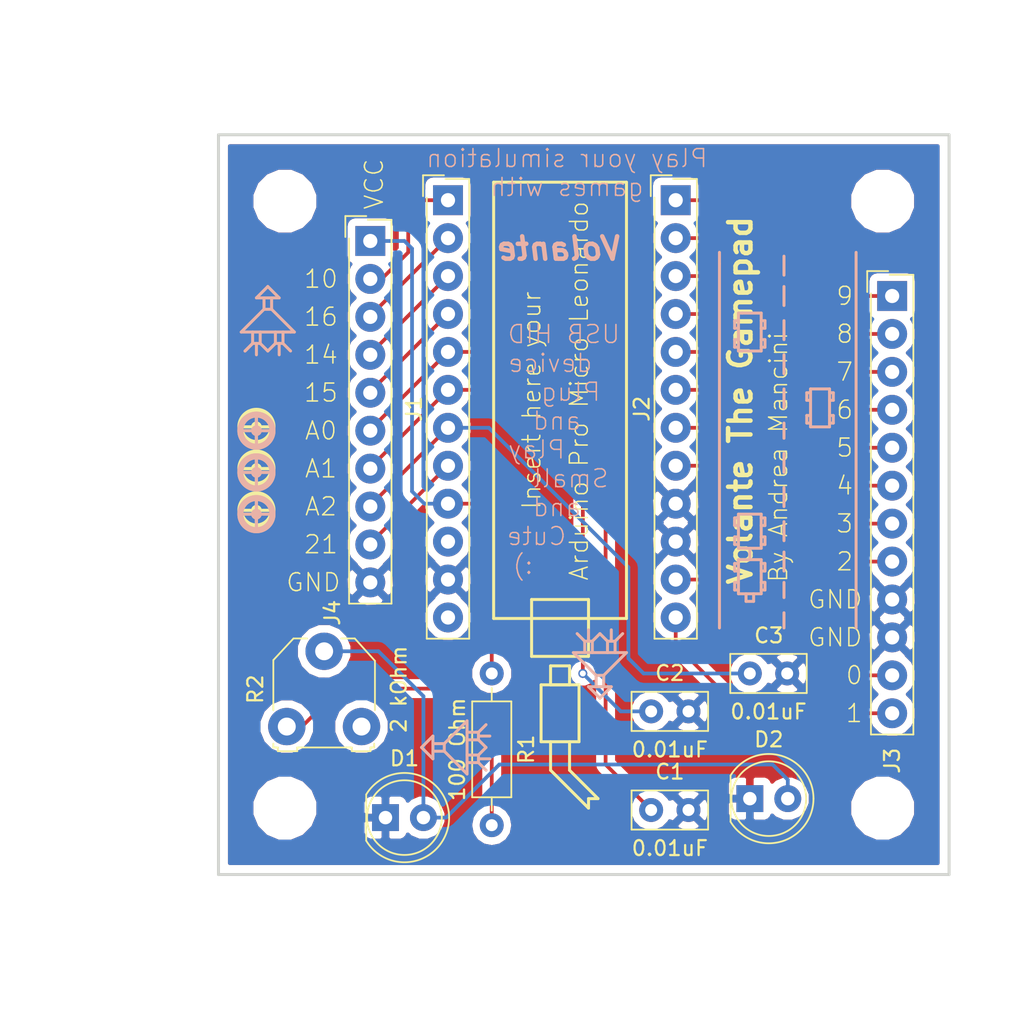
<source format=kicad_pcb>
(kicad_pcb (version 4) (host pcbnew 4.0.6)

  (general
    (links 36)
    (no_connects 0)
    (area 76.565002 52.14 142.907143 122.080001)
    (thickness 1.6)
    (drawings 255)
    (tracks 85)
    (zones 0)
    (modules 15)
    (nets 25)
  )

  (page A4)
  (layers
    (0 F.Cu signal)
    (31 B.Cu signal)
    (32 B.Adhes user)
    (33 F.Adhes user)
    (34 B.Paste user)
    (35 F.Paste user)
    (36 B.SilkS user)
    (37 F.SilkS user)
    (38 B.Mask user)
    (39 F.Mask user)
    (40 Dwgs.User user)
    (41 Cmts.User user)
    (42 Eco1.User user)
    (43 Eco2.User user)
    (44 Edge.Cuts user)
    (45 Margin user)
    (46 B.CrtYd user)
    (47 F.CrtYd user)
    (48 B.Fab user)
    (49 F.Fab user)
  )

  (setup
    (last_trace_width 0.25)
    (trace_clearance 0.2)
    (zone_clearance 0.508)
    (zone_45_only no)
    (trace_min 0.2)
    (segment_width 0.2)
    (edge_width 0.2)
    (via_size 0.6)
    (via_drill 0.4)
    (via_min_size 0.4)
    (via_min_drill 0.3)
    (uvia_size 0.3)
    (uvia_drill 0.1)
    (uvias_allowed no)
    (uvia_min_size 0.2)
    (uvia_min_drill 0.1)
    (pcb_text_width 0.3)
    (pcb_text_size 1.5 1.5)
    (mod_edge_width 0.15)
    (mod_text_size 1 1)
    (mod_text_width 0.15)
    (pad_size 1.5 1.5)
    (pad_drill 0.6)
    (pad_to_mask_clearance 0)
    (aux_axis_origin 0 0)
    (visible_elements 7FFFFFFF)
    (pcbplotparams
      (layerselection 0x00030_80000001)
      (usegerberextensions false)
      (excludeedgelayer true)
      (linewidth 0.100000)
      (plotframeref false)
      (viasonmask false)
      (mode 1)
      (useauxorigin false)
      (hpglpennumber 1)
      (hpglpenspeed 20)
      (hpglpendiameter 15)
      (hpglpenoverlay 2)
      (psnegative false)
      (psa4output false)
      (plotreference true)
      (plotvalue true)
      (plotinvisibletext false)
      (padsonsilk false)
      (subtractmaskfromsilk false)
      (outputformat 1)
      (mirror false)
      (drillshape 0)
      (scaleselection 1)
      (outputdirectory C:/Users/mancio/Documents/GitHub/Volante-The-Gamepad/kicad/shield/gerber/))
  )

  (net 0 "")
  (net 1 A0)
  (net 2 GND)
  (net 3 A1)
  (net 4 A2)
  (net 5 10)
  (net 6 16)
  (net 7 14)
  (net 8 15)
  (net 9 "Net-(J1-Pad10)")
  (net 10 "Net-(J1-Pad12)")
  (net 11 9)
  (net 12 8)
  (net 13 7)
  (net 14 6)
  (net 15 5)
  (net 16 4)
  (net 17 3)
  (net 18 2)
  (net 19 0)
  (net 20 1)
  (net 21 "Net-(D1-Pad2)")
  (net 22 21)
  (net 23 "Net-(R1-Pad2)")
  (net 24 VCC)

  (net_class Default "This is the default net class."
    (clearance 0.2)
    (trace_width 0.25)
    (via_dia 0.6)
    (via_drill 0.4)
    (uvia_dia 0.3)
    (uvia_drill 0.1)
    (add_net 0)
    (add_net 1)
    (add_net 10)
    (add_net 14)
    (add_net 15)
    (add_net 16)
    (add_net 2)
    (add_net 21)
    (add_net 3)
    (add_net 4)
    (add_net 5)
    (add_net 6)
    (add_net 7)
    (add_net 8)
    (add_net 9)
    (add_net A0)
    (add_net A1)
    (add_net A2)
    (add_net GND)
    (add_net "Net-(D1-Pad2)")
    (add_net "Net-(J1-Pad10)")
    (add_net "Net-(J1-Pad12)")
    (add_net "Net-(R1-Pad2)")
    (add_net VCC)
  )

  (module Mounting_Holes:MountingHole_3.2mm_M3 (layer F.Cu) (tedit 5A818582) (tstamp 5A818468)
    (at 93.345 106.045)
    (descr "Mounting Hole 3.2mm, no annular, M3")
    (tags "mounting hole 3.2mm no annular m3")
    (attr virtual)
    (fp_text reference REF** (at 0 -4.2) (layer Eco1.User)
      (effects (font (size 1 1) (thickness 0.15)))
    )
    (fp_text value MountingHole_3.2mm_M3 (at 0 4.2) (layer F.Fab)
      (effects (font (size 1 1) (thickness 0.15)))
    )
    (fp_text user %R (at 0.3 0) (layer F.Fab)
      (effects (font (size 1 1) (thickness 0.15)))
    )
    (fp_circle (center 0 0) (end 3.2 0) (layer Cmts.User) (width 0.15))
    (fp_circle (center 0 0) (end 3.45 0) (layer F.CrtYd) (width 0.05))
    (pad 1 np_thru_hole circle (at 0 0) (size 3.2 3.2) (drill 3.2) (layers *.Cu *.Mask))
  )

  (module Mounting_Holes:MountingHole_3.2mm_M3 (layer F.Cu) (tedit 5A818576) (tstamp 5A818454)
    (at 133.35 106.045)
    (descr "Mounting Hole 3.2mm, no annular, M3")
    (tags "mounting hole 3.2mm no annular m3")
    (attr virtual)
    (fp_text reference REF** (at 0 -4.2) (layer Eco1.User)
      (effects (font (size 1 1) (thickness 0.15)))
    )
    (fp_text value MountingHole_3.2mm_M3 (at 0 4.2) (layer F.Fab)
      (effects (font (size 1 1) (thickness 0.15)))
    )
    (fp_text user %R (at 0.3 0) (layer F.Fab)
      (effects (font (size 1 1) (thickness 0.15)))
    )
    (fp_circle (center 0 0) (end 3.2 0) (layer Cmts.User) (width 0.15))
    (fp_circle (center 0 0) (end 3.45 0) (layer F.CrtYd) (width 0.05))
    (pad 1 np_thru_hole circle (at 0 0) (size 3.2 3.2) (drill 3.2) (layers *.Cu *.Mask))
  )

  (module Mounting_Holes:MountingHole_3.2mm_M3 (layer F.Cu) (tedit 5A81855D) (tstamp 5A818413)
    (at 133.35 65.405)
    (descr "Mounting Hole 3.2mm, no annular, M3")
    (tags "mounting hole 3.2mm no annular m3")
    (attr virtual)
    (fp_text reference REF** (at 0 -4.2) (layer Eco1.User)
      (effects (font (size 1 1) (thickness 0.15)))
    )
    (fp_text value MountingHole_3.2mm_M3 (at 0 4.2) (layer F.Fab)
      (effects (font (size 1 1) (thickness 0.15)))
    )
    (fp_text user %R (at 0.3 0) (layer F.Fab)
      (effects (font (size 1 1) (thickness 0.15)))
    )
    (fp_circle (center 0 0) (end 3.2 0) (layer Cmts.User) (width 0.15))
    (fp_circle (center 0 0) (end 3.45 0) (layer F.CrtYd) (width 0.05))
    (pad 1 np_thru_hole circle (at 0 0) (size 3.2 3.2) (drill 3.2) (layers *.Cu *.Mask))
  )

  (module Capacitors_THT:C_Disc_D5.0mm_W2.5mm_P2.50mm (layer F.Cu) (tedit 5A81920A) (tstamp 5A80762C)
    (at 117.856 106.172)
    (descr "C, Disc series, Radial, pin pitch=2.50mm, , diameter*width=5*2.5mm^2, Capacitor, http://cdn-reichelt.de/documents/datenblatt/B300/DS_KERKO_TC.pdf")
    (tags "C Disc series Radial pin pitch 2.50mm  diameter 5mm width 2.5mm Capacitor")
    (path /5A7C6829)
    (fp_text reference C1 (at 1.25 -2.56) (layer F.SilkS)
      (effects (font (size 1 1) (thickness 0.15)))
    )
    (fp_text value 0.01uF (at 1.25 2.56) (layer F.SilkS)
      (effects (font (size 1 1) (thickness 0.15)))
    )
    (fp_line (start -1.25 -1.25) (end -1.25 1.25) (layer F.Fab) (width 0.1))
    (fp_line (start -1.25 1.25) (end 3.75 1.25) (layer F.Fab) (width 0.1))
    (fp_line (start 3.75 1.25) (end 3.75 -1.25) (layer F.Fab) (width 0.1))
    (fp_line (start 3.75 -1.25) (end -1.25 -1.25) (layer F.Fab) (width 0.1))
    (fp_line (start -1.31 -1.31) (end 3.81 -1.31) (layer F.SilkS) (width 0.12))
    (fp_line (start -1.31 1.31) (end 3.81 1.31) (layer F.SilkS) (width 0.12))
    (fp_line (start -1.31 -1.31) (end -1.31 1.31) (layer F.SilkS) (width 0.12))
    (fp_line (start 3.81 -1.31) (end 3.81 1.31) (layer F.SilkS) (width 0.12))
    (fp_line (start -1.6 -1.6) (end -1.6 1.6) (layer F.CrtYd) (width 0.05))
    (fp_line (start -1.6 1.6) (end 4.1 1.6) (layer F.CrtYd) (width 0.05))
    (fp_line (start 4.1 1.6) (end 4.1 -1.6) (layer F.CrtYd) (width 0.05))
    (fp_line (start 4.1 -1.6) (end -1.6 -1.6) (layer F.CrtYd) (width 0.05))
    (fp_text user %R (at 1.25 0) (layer F.Fab)
      (effects (font (size 1 1) (thickness 0.15)))
    )
    (pad 1 thru_hole circle (at 0 0) (size 1.6 1.6) (drill 0.8) (layers *.Cu *.Mask)
      (net 1 A0))
    (pad 2 thru_hole circle (at 2.5 0) (size 1.6 1.6) (drill 0.8) (layers *.Cu *.Mask)
      (net 2 GND))
    (model ${KISYS3DMOD}/Capacitors_THT.3dshapes/C_Disc_D5.0mm_W2.5mm_P2.50mm.wrl
      (at (xyz 0 0 0))
      (scale (xyz 1 1 1))
      (rotate (xyz 0 0 0))
    )
  )

  (module Capacitors_THT:C_Disc_D5.0mm_W2.5mm_P2.50mm (layer F.Cu) (tedit 5A8191FF) (tstamp 5A80763F)
    (at 117.856 99.568)
    (descr "C, Disc series, Radial, pin pitch=2.50mm, , diameter*width=5*2.5mm^2, Capacitor, http://cdn-reichelt.de/documents/datenblatt/B300/DS_KERKO_TC.pdf")
    (tags "C Disc series Radial pin pitch 2.50mm  diameter 5mm width 2.5mm Capacitor")
    (path /5A7C7BD4)
    (fp_text reference C2 (at 1.25 -2.56) (layer F.SilkS)
      (effects (font (size 1 1) (thickness 0.15)))
    )
    (fp_text value 0.01uF (at 1.25 2.56) (layer F.SilkS)
      (effects (font (size 1 1) (thickness 0.15)))
    )
    (fp_line (start -1.25 -1.25) (end -1.25 1.25) (layer F.Fab) (width 0.1))
    (fp_line (start -1.25 1.25) (end 3.75 1.25) (layer F.Fab) (width 0.1))
    (fp_line (start 3.75 1.25) (end 3.75 -1.25) (layer F.Fab) (width 0.1))
    (fp_line (start 3.75 -1.25) (end -1.25 -1.25) (layer F.Fab) (width 0.1))
    (fp_line (start -1.31 -1.31) (end 3.81 -1.31) (layer F.SilkS) (width 0.12))
    (fp_line (start -1.31 1.31) (end 3.81 1.31) (layer F.SilkS) (width 0.12))
    (fp_line (start -1.31 -1.31) (end -1.31 1.31) (layer F.SilkS) (width 0.12))
    (fp_line (start 3.81 -1.31) (end 3.81 1.31) (layer F.SilkS) (width 0.12))
    (fp_line (start -1.6 -1.6) (end -1.6 1.6) (layer F.CrtYd) (width 0.05))
    (fp_line (start -1.6 1.6) (end 4.1 1.6) (layer F.CrtYd) (width 0.05))
    (fp_line (start 4.1 1.6) (end 4.1 -1.6) (layer F.CrtYd) (width 0.05))
    (fp_line (start 4.1 -1.6) (end -1.6 -1.6) (layer F.CrtYd) (width 0.05))
    (fp_text user %R (at 1.25 0) (layer F.Fab)
      (effects (font (size 1 1) (thickness 0.15)))
    )
    (pad 1 thru_hole circle (at 0 0) (size 1.6 1.6) (drill 0.8) (layers *.Cu *.Mask)
      (net 3 A1))
    (pad 2 thru_hole circle (at 2.5 0) (size 1.6 1.6) (drill 0.8) (layers *.Cu *.Mask)
      (net 2 GND))
    (model ${KISYS3DMOD}/Capacitors_THT.3dshapes/C_Disc_D5.0mm_W2.5mm_P2.50mm.wrl
      (at (xyz 0 0 0))
      (scale (xyz 1 1 1))
      (rotate (xyz 0 0 0))
    )
  )

  (module Capacitors_THT:C_Disc_D5.0mm_W2.5mm_P2.50mm (layer F.Cu) (tedit 5A830A07) (tstamp 5A807652)
    (at 124.46 97.028)
    (descr "C, Disc series, Radial, pin pitch=2.50mm, , diameter*width=5*2.5mm^2, Capacitor, http://cdn-reichelt.de/documents/datenblatt/B300/DS_KERKO_TC.pdf")
    (tags "C Disc series Radial pin pitch 2.50mm  diameter 5mm width 2.5mm Capacitor")
    (path /5A7C7C31)
    (fp_text reference C3 (at 1.27 -2.54) (layer F.SilkS)
      (effects (font (size 1 1) (thickness 0.15)))
    )
    (fp_text value 0.01uF (at 1.25 2.56) (layer F.SilkS)
      (effects (font (size 1 1) (thickness 0.15)))
    )
    (fp_line (start -1.25 -1.25) (end -1.25 1.25) (layer F.Fab) (width 0.1))
    (fp_line (start -1.25 1.25) (end 3.75 1.25) (layer F.Fab) (width 0.1))
    (fp_line (start 3.75 1.25) (end 3.75 -1.25) (layer F.Fab) (width 0.1))
    (fp_line (start 3.75 -1.25) (end -1.25 -1.25) (layer F.Fab) (width 0.1))
    (fp_line (start -1.31 -1.31) (end 3.81 -1.31) (layer F.SilkS) (width 0.12))
    (fp_line (start -1.31 1.31) (end 3.81 1.31) (layer F.SilkS) (width 0.12))
    (fp_line (start -1.31 -1.31) (end -1.31 1.31) (layer F.SilkS) (width 0.12))
    (fp_line (start 3.81 -1.31) (end 3.81 1.31) (layer F.SilkS) (width 0.12))
    (fp_line (start -1.6 -1.6) (end -1.6 1.6) (layer F.CrtYd) (width 0.05))
    (fp_line (start -1.6 1.6) (end 4.1 1.6) (layer F.CrtYd) (width 0.05))
    (fp_line (start 4.1 1.6) (end 4.1 -1.6) (layer F.CrtYd) (width 0.05))
    (fp_line (start 4.1 -1.6) (end -1.6 -1.6) (layer F.CrtYd) (width 0.05))
    (fp_text user %R (at 1.25 0) (layer F.Fab)
      (effects (font (size 1 1) (thickness 0.15)))
    )
    (pad 1 thru_hole circle (at 0 0) (size 1.6 1.6) (drill 0.8) (layers *.Cu *.Mask)
      (net 4 A2))
    (pad 2 thru_hole circle (at 2.5 0) (size 1.6 1.6) (drill 0.8) (layers *.Cu *.Mask)
      (net 2 GND))
    (model ${KISYS3DMOD}/Capacitors_THT.3dshapes/C_Disc_D5.0mm_W2.5mm_P2.50mm.wrl
      (at (xyz 0 0 0))
      (scale (xyz 1 1 1))
      (rotate (xyz 0 0 0))
    )
  )

  (module Connectors_Samtec:SL-112-X-XX_1x12 (layer F.Cu) (tedit 590274D5) (tstamp 5A80768B)
    (at 104.26 65.34)
    (descr "Low profile, screw machine socket strip, through hole, 100mil / 2.54mm pitch")
    (tags "samtec socket strip tht single")
    (path /5A7C4E25)
    (fp_text reference J1 (at -2.27 13.97 90) (layer F.SilkS)
      (effects (font (size 1 1) (thickness 0.15)))
    )
    (fp_text value Conn_01x12_Fem_l (at 2.27 13.97 90) (layer F.Fab)
      (effects (font (size 1 1) (thickness 0.15)))
    )
    (fp_line (start -0.17 -1.42) (end 1.42 -1.42) (layer F.SilkS) (width 0.12))
    (fp_line (start 1.42 -1.42) (end 1.42 29.36) (layer F.SilkS) (width 0.12))
    (fp_line (start 1.42 29.36) (end -1.42 29.36) (layer F.SilkS) (width 0.12))
    (fp_line (start -1.42 29.36) (end -1.42 -0.17) (layer F.SilkS) (width 0.12))
    (fp_line (start -0.27 -1.67) (end -1.67 -1.67) (layer F.SilkS) (width 0.12))
    (fp_line (start -1.67 -1.67) (end -1.67 -0.27) (layer F.SilkS) (width 0.12))
    (fp_line (start -0.27 -1.67) (end -1.67 -1.67) (layer F.Fab) (width 0.1))
    (fp_line (start -1.67 -1.67) (end -1.67 -0.27) (layer F.Fab) (width 0.1))
    (fp_line (start -1.27 -1.27) (end -1.27 29.21) (layer F.Fab) (width 0.1))
    (fp_line (start -1.27 29.21) (end 1.27 29.21) (layer F.Fab) (width 0.1))
    (fp_line (start 1.27 29.21) (end 1.27 -1.27) (layer F.Fab) (width 0.1))
    (fp_line (start 1.27 -1.27) (end -1.27 -1.27) (layer F.Fab) (width 0.1))
    (fp_line (start -1.77 -1.77) (end -1.77 29.71) (layer F.CrtYd) (width 0.05))
    (fp_line (start -1.77 29.71) (end 1.77 29.71) (layer F.CrtYd) (width 0.05))
    (fp_line (start 1.77 29.71) (end 1.77 -1.77) (layer F.CrtYd) (width 0.05))
    (fp_line (start 1.77 -1.77) (end -1.77 -1.77) (layer F.CrtYd) (width 0.05))
    (fp_line (start -1.27 1.27) (end -1.07 1.27) (layer F.Fab) (width 0.1))
    (fp_line (start 1.27 1.27) (end 1.07 1.27) (layer F.Fab) (width 0.1))
    (fp_line (start -1.27 3.81) (end -1.07 3.81) (layer F.Fab) (width 0.1))
    (fp_line (start 1.27 3.81) (end 1.07 3.81) (layer F.Fab) (width 0.1))
    (fp_line (start -1.27 6.35) (end -1.07 6.35) (layer F.Fab) (width 0.1))
    (fp_line (start 1.27 6.35) (end 1.07 6.35) (layer F.Fab) (width 0.1))
    (fp_line (start -1.27 8.89) (end -1.07 8.89) (layer F.Fab) (width 0.1))
    (fp_line (start 1.27 8.89) (end 1.07 8.89) (layer F.Fab) (width 0.1))
    (fp_line (start -1.27 11.43) (end -1.07 11.43) (layer F.Fab) (width 0.1))
    (fp_line (start 1.27 11.43) (end 1.07 11.43) (layer F.Fab) (width 0.1))
    (fp_line (start -1.27 13.97) (end -1.07 13.97) (layer F.Fab) (width 0.1))
    (fp_line (start 1.27 13.97) (end 1.07 13.97) (layer F.Fab) (width 0.1))
    (fp_line (start -1.27 16.51) (end -1.07 16.51) (layer F.Fab) (width 0.1))
    (fp_line (start 1.27 16.51) (end 1.07 16.51) (layer F.Fab) (width 0.1))
    (fp_line (start -1.27 19.05) (end -1.07 19.05) (layer F.Fab) (width 0.1))
    (fp_line (start 1.27 19.05) (end 1.07 19.05) (layer F.Fab) (width 0.1))
    (fp_line (start -1.27 21.59) (end -1.07 21.59) (layer F.Fab) (width 0.1))
    (fp_line (start 1.27 21.59) (end 1.07 21.59) (layer F.Fab) (width 0.1))
    (fp_line (start -1.27 24.13) (end -1.07 24.13) (layer F.Fab) (width 0.1))
    (fp_line (start 1.27 24.13) (end 1.07 24.13) (layer F.Fab) (width 0.1))
    (fp_line (start -1.27 26.67) (end -1.07 26.67) (layer F.Fab) (width 0.1))
    (fp_line (start 1.27 26.67) (end 1.07 26.67) (layer F.Fab) (width 0.1))
    (fp_line (start -1.27 29.21) (end -1.07 29.21) (layer F.Fab) (width 0.1))
    (fp_line (start 1.27 29.21) (end 1.07 29.21) (layer F.Fab) (width 0.1))
    (fp_text user %R (at 0 13.97 90) (layer F.Fab)
      (effects (font (size 1 1) (thickness 0.15)))
    )
    (pad 1 thru_hole rect (at 0 0) (size 2 2) (drill 0.95) (layers *.Cu *.Mask)
      (net 5 10))
    (pad 2 thru_hole circle (at 0 2.54) (size 2 2) (drill 0.95) (layers *.Cu *.Mask)
      (net 6 16))
    (pad 3 thru_hole circle (at 0 5.08) (size 2 2) (drill 0.95) (layers *.Cu *.Mask)
      (net 7 14))
    (pad 4 thru_hole circle (at 0 7.62) (size 2 2) (drill 0.95) (layers *.Cu *.Mask)
      (net 8 15))
    (pad 5 thru_hole circle (at 0 10.16) (size 2 2) (drill 0.95) (layers *.Cu *.Mask)
      (net 1 A0))
    (pad 6 thru_hole circle (at 0 12.7) (size 2 2) (drill 0.95) (layers *.Cu *.Mask)
      (net 3 A1))
    (pad 7 thru_hole circle (at 0 15.24) (size 2 2) (drill 0.95) (layers *.Cu *.Mask)
      (net 4 A2))
    (pad 8 thru_hole circle (at 0 17.78) (size 2 2) (drill 0.95) (layers *.Cu *.Mask)
      (net 22 21))
    (pad 9 thru_hole circle (at 0 20.32) (size 2 2) (drill 0.95) (layers *.Cu *.Mask)
      (net 24 VCC))
    (pad 10 thru_hole circle (at 0 22.86) (size 2 2) (drill 0.95) (layers *.Cu *.Mask)
      (net 9 "Net-(J1-Pad10)"))
    (pad 11 thru_hole circle (at 0 25.4) (size 2 2) (drill 0.95) (layers *.Cu *.Mask)
      (net 2 GND))
    (pad 12 thru_hole circle (at 0 27.94) (size 2 2) (drill 0.95) (layers *.Cu *.Mask)
      (net 10 "Net-(J1-Pad12)"))
    (model ${KISYS3DMOD}/Connectors_Samtec.3dshapes/SL-112-X-XX_1x12.wrl
      (at (xyz 0 1 0))
      (scale (xyz 1 1 1))
      (rotate (xyz 0 0 0))
    )
    (model Socket_Strips.3dshapes/Socket_Strip_Straight_1x12_Pitch2.54mm.wrl
      (at (xyz 0 -0.55 0))
      (scale (xyz 1 1 1))
      (rotate (xyz 0 0 90))
    )
  )

  (module Connectors_Samtec:SL-112-X-XX_1x12 (layer F.Cu) (tedit 590274D5) (tstamp 5A8076C4)
    (at 119.5 65.34)
    (descr "Low profile, screw machine socket strip, through hole, 100mil / 2.54mm pitch")
    (tags "samtec socket strip tht single")
    (path /5A7C4C69)
    (fp_text reference J2 (at -2.27 13.97 90) (layer F.SilkS)
      (effects (font (size 1 1) (thickness 0.15)))
    )
    (fp_text value Conn_01x12_Fem_r (at 2.27 13.97 90) (layer F.Fab)
      (effects (font (size 1 1) (thickness 0.15)))
    )
    (fp_line (start -0.17 -1.42) (end 1.42 -1.42) (layer F.SilkS) (width 0.12))
    (fp_line (start 1.42 -1.42) (end 1.42 29.36) (layer F.SilkS) (width 0.12))
    (fp_line (start 1.42 29.36) (end -1.42 29.36) (layer F.SilkS) (width 0.12))
    (fp_line (start -1.42 29.36) (end -1.42 -0.17) (layer F.SilkS) (width 0.12))
    (fp_line (start -0.27 -1.67) (end -1.67 -1.67) (layer F.SilkS) (width 0.12))
    (fp_line (start -1.67 -1.67) (end -1.67 -0.27) (layer F.SilkS) (width 0.12))
    (fp_line (start -0.27 -1.67) (end -1.67 -1.67) (layer F.Fab) (width 0.1))
    (fp_line (start -1.67 -1.67) (end -1.67 -0.27) (layer F.Fab) (width 0.1))
    (fp_line (start -1.27 -1.27) (end -1.27 29.21) (layer F.Fab) (width 0.1))
    (fp_line (start -1.27 29.21) (end 1.27 29.21) (layer F.Fab) (width 0.1))
    (fp_line (start 1.27 29.21) (end 1.27 -1.27) (layer F.Fab) (width 0.1))
    (fp_line (start 1.27 -1.27) (end -1.27 -1.27) (layer F.Fab) (width 0.1))
    (fp_line (start -1.77 -1.77) (end -1.77 29.71) (layer F.CrtYd) (width 0.05))
    (fp_line (start -1.77 29.71) (end 1.77 29.71) (layer F.CrtYd) (width 0.05))
    (fp_line (start 1.77 29.71) (end 1.77 -1.77) (layer F.CrtYd) (width 0.05))
    (fp_line (start 1.77 -1.77) (end -1.77 -1.77) (layer F.CrtYd) (width 0.05))
    (fp_line (start -1.27 1.27) (end -1.07 1.27) (layer F.Fab) (width 0.1))
    (fp_line (start 1.27 1.27) (end 1.07 1.27) (layer F.Fab) (width 0.1))
    (fp_line (start -1.27 3.81) (end -1.07 3.81) (layer F.Fab) (width 0.1))
    (fp_line (start 1.27 3.81) (end 1.07 3.81) (layer F.Fab) (width 0.1))
    (fp_line (start -1.27 6.35) (end -1.07 6.35) (layer F.Fab) (width 0.1))
    (fp_line (start 1.27 6.35) (end 1.07 6.35) (layer F.Fab) (width 0.1))
    (fp_line (start -1.27 8.89) (end -1.07 8.89) (layer F.Fab) (width 0.1))
    (fp_line (start 1.27 8.89) (end 1.07 8.89) (layer F.Fab) (width 0.1))
    (fp_line (start -1.27 11.43) (end -1.07 11.43) (layer F.Fab) (width 0.1))
    (fp_line (start 1.27 11.43) (end 1.07 11.43) (layer F.Fab) (width 0.1))
    (fp_line (start -1.27 13.97) (end -1.07 13.97) (layer F.Fab) (width 0.1))
    (fp_line (start 1.27 13.97) (end 1.07 13.97) (layer F.Fab) (width 0.1))
    (fp_line (start -1.27 16.51) (end -1.07 16.51) (layer F.Fab) (width 0.1))
    (fp_line (start 1.27 16.51) (end 1.07 16.51) (layer F.Fab) (width 0.1))
    (fp_line (start -1.27 19.05) (end -1.07 19.05) (layer F.Fab) (width 0.1))
    (fp_line (start 1.27 19.05) (end 1.07 19.05) (layer F.Fab) (width 0.1))
    (fp_line (start -1.27 21.59) (end -1.07 21.59) (layer F.Fab) (width 0.1))
    (fp_line (start 1.27 21.59) (end 1.07 21.59) (layer F.Fab) (width 0.1))
    (fp_line (start -1.27 24.13) (end -1.07 24.13) (layer F.Fab) (width 0.1))
    (fp_line (start 1.27 24.13) (end 1.07 24.13) (layer F.Fab) (width 0.1))
    (fp_line (start -1.27 26.67) (end -1.07 26.67) (layer F.Fab) (width 0.1))
    (fp_line (start 1.27 26.67) (end 1.07 26.67) (layer F.Fab) (width 0.1))
    (fp_line (start -1.27 29.21) (end -1.07 29.21) (layer F.Fab) (width 0.1))
    (fp_line (start 1.27 29.21) (end 1.07 29.21) (layer F.Fab) (width 0.1))
    (fp_text user %R (at 0 13.97 90) (layer F.Fab)
      (effects (font (size 1 1) (thickness 0.15)))
    )
    (pad 1 thru_hole rect (at 0 0) (size 2 2) (drill 0.95) (layers *.Cu *.Mask)
      (net 11 9))
    (pad 2 thru_hole circle (at 0 2.54) (size 2 2) (drill 0.95) (layers *.Cu *.Mask)
      (net 12 8))
    (pad 3 thru_hole circle (at 0 5.08) (size 2 2) (drill 0.95) (layers *.Cu *.Mask)
      (net 13 7))
    (pad 4 thru_hole circle (at 0 7.62) (size 2 2) (drill 0.95) (layers *.Cu *.Mask)
      (net 14 6))
    (pad 5 thru_hole circle (at 0 10.16) (size 2 2) (drill 0.95) (layers *.Cu *.Mask)
      (net 15 5))
    (pad 6 thru_hole circle (at 0 12.7) (size 2 2) (drill 0.95) (layers *.Cu *.Mask)
      (net 16 4))
    (pad 7 thru_hole circle (at 0 15.24) (size 2 2) (drill 0.95) (layers *.Cu *.Mask)
      (net 17 3))
    (pad 8 thru_hole circle (at 0 17.78) (size 2 2) (drill 0.95) (layers *.Cu *.Mask)
      (net 18 2))
    (pad 9 thru_hole circle (at 0 20.32) (size 2 2) (drill 0.95) (layers *.Cu *.Mask)
      (net 2 GND))
    (pad 10 thru_hole circle (at 0 22.86) (size 2 2) (drill 0.95) (layers *.Cu *.Mask)
      (net 2 GND))
    (pad 11 thru_hole circle (at 0 25.4) (size 2 2) (drill 0.95) (layers *.Cu *.Mask)
      (net 19 0))
    (pad 12 thru_hole circle (at 0 27.94) (size 2 2) (drill 0.95) (layers *.Cu *.Mask)
      (net 20 1))
    (model ${KISYS3DMOD}/Connectors_Samtec.3dshapes/SL-112-X-XX_1x12.wrl
      (at (xyz 0 0 0))
      (scale (xyz 1 1 1))
      (rotate (xyz 0 0 0))
    )
    (model Socket_Strips.3dshapes/Socket_Strip_Straight_1x12_Pitch2.54mm.wrl
      (at (xyz 0 -0.55 0))
      (scale (xyz 1 1 1))
      (rotate (xyz 0 0 90))
    )
  )

  (module Connectors_Samtec:SL-112-X-XX_1x12 (layer F.Cu) (tedit 5A81950B) (tstamp 5A8076FD)
    (at 133.985 71.755)
    (descr "Low profile, screw machine socket strip, through hole, 100mil / 2.54mm pitch")
    (tags "samtec socket strip tht single")
    (path /5A7C508E)
    (fp_text reference J3 (at 0 31.115 90) (layer F.SilkS)
      (effects (font (size 1 1) (thickness 0.15)))
    )
    (fp_text value Conn_01x12_Fem_b_r (at 2.27 13.97 90) (layer F.Fab)
      (effects (font (size 1 1) (thickness 0.15)))
    )
    (fp_line (start -0.17 -1.42) (end 1.42 -1.42) (layer F.SilkS) (width 0.12))
    (fp_line (start 1.42 -1.42) (end 1.42 29.36) (layer F.SilkS) (width 0.12))
    (fp_line (start 1.42 29.36) (end -1.42 29.36) (layer F.SilkS) (width 0.12))
    (fp_line (start -1.42 29.36) (end -1.42 -0.17) (layer F.SilkS) (width 0.12))
    (fp_line (start -0.27 -1.67) (end -1.67 -1.67) (layer F.SilkS) (width 0.12))
    (fp_line (start -1.67 -1.67) (end -1.67 -0.27) (layer F.SilkS) (width 0.12))
    (fp_line (start -0.27 -1.67) (end -1.67 -1.67) (layer F.Fab) (width 0.1))
    (fp_line (start -1.67 -1.67) (end -1.67 -0.27) (layer F.Fab) (width 0.1))
    (fp_line (start -1.27 -1.27) (end -1.27 29.21) (layer F.Fab) (width 0.1))
    (fp_line (start -1.27 29.21) (end 1.27 29.21) (layer F.Fab) (width 0.1))
    (fp_line (start 1.27 29.21) (end 1.27 -1.27) (layer F.Fab) (width 0.1))
    (fp_line (start 1.27 -1.27) (end -1.27 -1.27) (layer F.Fab) (width 0.1))
    (fp_line (start -1.77 -1.77) (end -1.77 29.71) (layer F.CrtYd) (width 0.05))
    (fp_line (start -1.77 29.71) (end 1.77 29.71) (layer F.CrtYd) (width 0.05))
    (fp_line (start 1.77 29.71) (end 1.77 -1.77) (layer F.CrtYd) (width 0.05))
    (fp_line (start 1.77 -1.77) (end -1.77 -1.77) (layer F.CrtYd) (width 0.05))
    (fp_line (start -1.27 1.27) (end -1.07 1.27) (layer F.Fab) (width 0.1))
    (fp_line (start 1.27 1.27) (end 1.07 1.27) (layer F.Fab) (width 0.1))
    (fp_line (start -1.27 3.81) (end -1.07 3.81) (layer F.Fab) (width 0.1))
    (fp_line (start 1.27 3.81) (end 1.07 3.81) (layer F.Fab) (width 0.1))
    (fp_line (start -1.27 6.35) (end -1.07 6.35) (layer F.Fab) (width 0.1))
    (fp_line (start 1.27 6.35) (end 1.07 6.35) (layer F.Fab) (width 0.1))
    (fp_line (start -1.27 8.89) (end -1.07 8.89) (layer F.Fab) (width 0.1))
    (fp_line (start 1.27 8.89) (end 1.07 8.89) (layer F.Fab) (width 0.1))
    (fp_line (start -1.27 11.43) (end -1.07 11.43) (layer F.Fab) (width 0.1))
    (fp_line (start 1.27 11.43) (end 1.07 11.43) (layer F.Fab) (width 0.1))
    (fp_line (start -1.27 13.97) (end -1.07 13.97) (layer F.Fab) (width 0.1))
    (fp_line (start 1.27 13.97) (end 1.07 13.97) (layer F.Fab) (width 0.1))
    (fp_line (start -1.27 16.51) (end -1.07 16.51) (layer F.Fab) (width 0.1))
    (fp_line (start 1.27 16.51) (end 1.07 16.51) (layer F.Fab) (width 0.1))
    (fp_line (start -1.27 19.05) (end -1.07 19.05) (layer F.Fab) (width 0.1))
    (fp_line (start 1.27 19.05) (end 1.07 19.05) (layer F.Fab) (width 0.1))
    (fp_line (start -1.27 21.59) (end -1.07 21.59) (layer F.Fab) (width 0.1))
    (fp_line (start 1.27 21.59) (end 1.07 21.59) (layer F.Fab) (width 0.1))
    (fp_line (start -1.27 24.13) (end -1.07 24.13) (layer F.Fab) (width 0.1))
    (fp_line (start 1.27 24.13) (end 1.07 24.13) (layer F.Fab) (width 0.1))
    (fp_line (start -1.27 26.67) (end -1.07 26.67) (layer F.Fab) (width 0.1))
    (fp_line (start 1.27 26.67) (end 1.07 26.67) (layer F.Fab) (width 0.1))
    (fp_line (start -1.27 29.21) (end -1.07 29.21) (layer F.Fab) (width 0.1))
    (fp_line (start 1.27 29.21) (end 1.07 29.21) (layer F.Fab) (width 0.1))
    (fp_text user %R (at 0 13.97 90) (layer F.Fab)
      (effects (font (size 1 1) (thickness 0.15)))
    )
    (pad 1 thru_hole rect (at 0 0) (size 2 2) (drill 0.95) (layers *.Cu *.Mask)
      (net 11 9))
    (pad 2 thru_hole circle (at 0 2.54) (size 2 2) (drill 0.95) (layers *.Cu *.Mask)
      (net 12 8))
    (pad 3 thru_hole circle (at 0 5.08) (size 2 2) (drill 0.95) (layers *.Cu *.Mask)
      (net 13 7))
    (pad 4 thru_hole circle (at 0 7.62) (size 2 2) (drill 0.95) (layers *.Cu *.Mask)
      (net 14 6))
    (pad 5 thru_hole circle (at 0 10.16) (size 2 2) (drill 0.95) (layers *.Cu *.Mask)
      (net 15 5))
    (pad 6 thru_hole circle (at 0 12.7) (size 2 2) (drill 0.95) (layers *.Cu *.Mask)
      (net 16 4))
    (pad 7 thru_hole circle (at 0 15.24) (size 2 2) (drill 0.95) (layers *.Cu *.Mask)
      (net 17 3))
    (pad 8 thru_hole circle (at 0 17.78) (size 2 2) (drill 0.95) (layers *.Cu *.Mask)
      (net 18 2))
    (pad 9 thru_hole circle (at 0 20.32) (size 2 2) (drill 0.95) (layers *.Cu *.Mask)
      (net 2 GND))
    (pad 10 thru_hole circle (at 0 22.86) (size 2 2) (drill 0.95) (layers *.Cu *.Mask)
      (net 2 GND))
    (pad 11 thru_hole circle (at 0 25.4) (size 2 2) (drill 0.95) (layers *.Cu *.Mask)
      (net 19 0))
    (pad 12 thru_hole circle (at 0 27.94) (size 2 2) (drill 0.95) (layers *.Cu *.Mask)
      (net 20 1))
    (model ${KISYS3DMOD}/Connectors_Samtec.3dshapes/SL-112-X-XX_1x12.wrl
      (at (xyz 0 0 0))
      (scale (xyz 1 1 1))
      (rotate (xyz 0 0 0))
    )
  )

  (module Mounting_Holes:MountingHole_3.2mm_M3 (layer F.Cu) (tedit 5A818533) (tstamp 5A8183B1)
    (at 93.345 65.405)
    (descr "Mounting Hole 3.2mm, no annular, M3")
    (tags "mounting hole 3.2mm no annular m3")
    (attr virtual)
    (fp_text reference REF** (at 0 -4.2) (layer Eco1.User)
      (effects (font (size 1 1) (thickness 0.15)))
    )
    (fp_text value MountingHole_3.2mm_M3 (at 0 4.2) (layer F.Fab)
      (effects (font (size 1 1) (thickness 0.15)))
    )
    (fp_text user %R (at 0.3 0) (layer F.Fab)
      (effects (font (size 1 1) (thickness 0.15)))
    )
    (fp_circle (center 0 0) (end 3.2 0) (layer Cmts.User) (width 0.15))
    (fp_circle (center 0 0) (end 3.45 0) (layer F.CrtYd) (width 0.05))
    (pad 1 np_thru_hole circle (at 0 0) (size 3.2 3.2) (drill 3.2) (layers *.Cu *.Mask))
  )

  (module LEDs:LED_D5.0mm (layer F.Cu) (tedit 5995936A) (tstamp 5A830438)
    (at 100.076 106.68)
    (descr "LED, diameter 5.0mm, 2 pins, http://cdn-reichelt.de/documents/datenblatt/A500/LL-504BC2E-009.pdf")
    (tags "LED diameter 5.0mm 2 pins")
    (path /5A8302DB)
    (fp_text reference D1 (at 1.27 -3.96) (layer F.SilkS)
      (effects (font (size 1 1) (thickness 0.15)))
    )
    (fp_text value LED (at 1.27 3.96) (layer F.Fab)
      (effects (font (size 1 1) (thickness 0.15)))
    )
    (fp_arc (start 1.27 0) (end -1.23 -1.469694) (angle 299.1) (layer F.Fab) (width 0.1))
    (fp_arc (start 1.27 0) (end -1.29 -1.54483) (angle 148.9) (layer F.SilkS) (width 0.12))
    (fp_arc (start 1.27 0) (end -1.29 1.54483) (angle -148.9) (layer F.SilkS) (width 0.12))
    (fp_circle (center 1.27 0) (end 3.77 0) (layer F.Fab) (width 0.1))
    (fp_circle (center 1.27 0) (end 3.77 0) (layer F.SilkS) (width 0.12))
    (fp_line (start -1.23 -1.469694) (end -1.23 1.469694) (layer F.Fab) (width 0.1))
    (fp_line (start -1.29 -1.545) (end -1.29 1.545) (layer F.SilkS) (width 0.12))
    (fp_line (start -1.95 -3.25) (end -1.95 3.25) (layer F.CrtYd) (width 0.05))
    (fp_line (start -1.95 3.25) (end 4.5 3.25) (layer F.CrtYd) (width 0.05))
    (fp_line (start 4.5 3.25) (end 4.5 -3.25) (layer F.CrtYd) (width 0.05))
    (fp_line (start 4.5 -3.25) (end -1.95 -3.25) (layer F.CrtYd) (width 0.05))
    (fp_text user %R (at 1.25 0) (layer F.Fab)
      (effects (font (size 0.8 0.8) (thickness 0.2)))
    )
    (pad 1 thru_hole rect (at 0 0) (size 1.8 1.8) (drill 0.9) (layers *.Cu *.Mask)
      (net 2 GND))
    (pad 2 thru_hole circle (at 2.54 0) (size 1.8 1.8) (drill 0.9) (layers *.Cu *.Mask)
      (net 21 "Net-(D1-Pad2)"))
    (model ${KISYS3DMOD}/LEDs.3dshapes/LED_D5.0mm.wrl
      (at (xyz 0 0 0))
      (scale (xyz 0.393701 0.393701 0.393701))
      (rotate (xyz 0 0 0))
    )
  )

  (module LEDs:LED_D5.0mm (layer F.Cu) (tedit 5995936A) (tstamp 5A83044A)
    (at 124.46 105.41)
    (descr "LED, diameter 5.0mm, 2 pins, http://cdn-reichelt.de/documents/datenblatt/A500/LL-504BC2E-009.pdf")
    (tags "LED diameter 5.0mm 2 pins")
    (path /5A830318)
    (fp_text reference D2 (at 1.27 -3.96) (layer F.SilkS)
      (effects (font (size 1 1) (thickness 0.15)))
    )
    (fp_text value LED (at 1.27 3.96) (layer F.Fab)
      (effects (font (size 1 1) (thickness 0.15)))
    )
    (fp_arc (start 1.27 0) (end -1.23 -1.469694) (angle 299.1) (layer F.Fab) (width 0.1))
    (fp_arc (start 1.27 0) (end -1.29 -1.54483) (angle 148.9) (layer F.SilkS) (width 0.12))
    (fp_arc (start 1.27 0) (end -1.29 1.54483) (angle -148.9) (layer F.SilkS) (width 0.12))
    (fp_circle (center 1.27 0) (end 3.77 0) (layer F.Fab) (width 0.1))
    (fp_circle (center 1.27 0) (end 3.77 0) (layer F.SilkS) (width 0.12))
    (fp_line (start -1.23 -1.469694) (end -1.23 1.469694) (layer F.Fab) (width 0.1))
    (fp_line (start -1.29 -1.545) (end -1.29 1.545) (layer F.SilkS) (width 0.12))
    (fp_line (start -1.95 -3.25) (end -1.95 3.25) (layer F.CrtYd) (width 0.05))
    (fp_line (start -1.95 3.25) (end 4.5 3.25) (layer F.CrtYd) (width 0.05))
    (fp_line (start 4.5 3.25) (end 4.5 -3.25) (layer F.CrtYd) (width 0.05))
    (fp_line (start 4.5 -3.25) (end -1.95 -3.25) (layer F.CrtYd) (width 0.05))
    (fp_text user %R (at 1.25 0) (layer F.Fab)
      (effects (font (size 0.8 0.8) (thickness 0.2)))
    )
    (pad 1 thru_hole rect (at 0 0) (size 1.8 1.8) (drill 0.9) (layers *.Cu *.Mask)
      (net 2 GND))
    (pad 2 thru_hole circle (at 2.54 0) (size 1.8 1.8) (drill 0.9) (layers *.Cu *.Mask)
      (net 21 "Net-(D1-Pad2)"))
    (model ${KISYS3DMOD}/LEDs.3dshapes/LED_D5.0mm.wrl
      (at (xyz 0 0 0))
      (scale (xyz 0.393701 0.393701 0.393701))
      (rotate (xyz 0 0 0))
    )
  )

  (module Resistors_THT:R_Axial_DIN0207_L6.3mm_D2.5mm_P10.16mm_Horizontal (layer F.Cu) (tedit 5A875DD3) (tstamp 5A875F73)
    (at 107.188 97.028 270)
    (descr "Resistor, Axial_DIN0207 series, Axial, Horizontal, pin pitch=10.16mm, 0.25W = 1/4W, length*diameter=6.3*2.5mm^2, http://cdn-reichelt.de/documents/datenblatt/B400/1_4W%23YAG.pdf")
    (tags "Resistor Axial_DIN0207 series Axial Horizontal pin pitch 10.16mm 0.25W = 1/4W length 6.3mm diameter 2.5mm")
    (path /5A879F6C)
    (fp_text reference R1 (at 5.08 -2.31 270) (layer F.SilkS)
      (effects (font (size 1 1) (thickness 0.15)))
    )
    (fp_text value "100 Ohm" (at 5.08 2.31 270) (layer F.SilkS)
      (effects (font (size 1 1) (thickness 0.15)))
    )
    (fp_line (start 1.93 -1.25) (end 1.93 1.25) (layer F.Fab) (width 0.1))
    (fp_line (start 1.93 1.25) (end 8.23 1.25) (layer F.Fab) (width 0.1))
    (fp_line (start 8.23 1.25) (end 8.23 -1.25) (layer F.Fab) (width 0.1))
    (fp_line (start 8.23 -1.25) (end 1.93 -1.25) (layer F.Fab) (width 0.1))
    (fp_line (start 0 0) (end 1.93 0) (layer F.Fab) (width 0.1))
    (fp_line (start 10.16 0) (end 8.23 0) (layer F.Fab) (width 0.1))
    (fp_line (start 1.87 -1.31) (end 1.87 1.31) (layer F.SilkS) (width 0.12))
    (fp_line (start 1.87 1.31) (end 8.29 1.31) (layer F.SilkS) (width 0.12))
    (fp_line (start 8.29 1.31) (end 8.29 -1.31) (layer F.SilkS) (width 0.12))
    (fp_line (start 8.29 -1.31) (end 1.87 -1.31) (layer F.SilkS) (width 0.12))
    (fp_line (start 0.98 0) (end 1.87 0) (layer F.SilkS) (width 0.12))
    (fp_line (start 9.18 0) (end 8.29 0) (layer F.SilkS) (width 0.12))
    (fp_line (start -1.05 -1.6) (end -1.05 1.6) (layer F.CrtYd) (width 0.05))
    (fp_line (start -1.05 1.6) (end 11.25 1.6) (layer F.CrtYd) (width 0.05))
    (fp_line (start 11.25 1.6) (end 11.25 -1.6) (layer F.CrtYd) (width 0.05))
    (fp_line (start 11.25 -1.6) (end -1.05 -1.6) (layer F.CrtYd) (width 0.05))
    (pad 1 thru_hole circle (at 0 0 270) (size 1.6 1.6) (drill 0.8) (layers *.Cu *.Mask)
      (net 24 VCC))
    (pad 2 thru_hole oval (at 10.16 0 270) (size 1.6 1.6) (drill 0.8) (layers *.Cu *.Mask)
      (net 23 "Net-(R1-Pad2)"))
    (model ${KISYS3DMOD}/Resistors_THT.3dshapes/R_Axial_DIN0207_L6.3mm_D2.5mm_P10.16mm_Horizontal.wrl
      (at (xyz 0 0 0))
      (scale (xyz 0.393701 0.393701 0.393701))
      (rotate (xyz 0 0 0))
    )
  )

  (module Potentiometers:Potentiometer_Triwood_RM-065 (layer F.Cu) (tedit 5A875DC7) (tstamp 5A875FBA)
    (at 93.472 100.584)
    (descr "Potentiometer, Trimmer, RM-065")
    (tags "Potentiometer Trimmer RM-065")
    (path /5A8745C0)
    (fp_text reference R2 (at -2.1 -2.5 90) (layer F.SilkS)
      (effects (font (size 1 1) (thickness 0.15)))
    )
    (fp_text value "2 kOhm" (at 7.5 -2.5 90) (layer F.SilkS)
      (effects (font (size 1 1) (thickness 0.15)))
    )
    (fp_line (start 5.85 1.15) (end 5.85 1.4) (layer F.SilkS) (width 0.12))
    (fp_line (start 5.85 1.4) (end 5.6 1.4) (layer F.SilkS) (width 0.12))
    (fp_line (start 5.6 1.4) (end 5.6 1.65) (layer F.SilkS) (width 0.12))
    (fp_line (start 5.6 1.65) (end 4.35 1.65) (layer F.SilkS) (width 0.12))
    (fp_line (start 4.35 1.65) (end 4.35 1.4) (layer F.SilkS) (width 0.12))
    (fp_line (start 4.35 1.4) (end 0.7 1.4) (layer F.SilkS) (width 0.12))
    (fp_line (start 0.7 1.4) (end 0.7 1.65) (layer F.SilkS) (width 0.12))
    (fp_line (start 0.7 1.65) (end -0.6 1.65) (layer F.SilkS) (width 0.12))
    (fp_line (start -0.6 1.65) (end -0.6 1.4) (layer F.SilkS) (width 0.12))
    (fp_line (start -0.6 1.4) (end -0.9 1.4) (layer F.SilkS) (width 0.12))
    (fp_line (start -0.9 1.4) (end -0.9 1.15) (layer F.SilkS) (width 0.12))
    (fp_line (start 3.65 -5.9) (end 4.55 -5.9) (layer F.SilkS) (width 0.12))
    (fp_line (start 4.55 -5.9) (end 5.9 -4.4) (layer F.SilkS) (width 0.12))
    (fp_line (start 5.9 -4.4) (end 5.9 -1.1) (layer F.SilkS) (width 0.12))
    (fp_line (start -0.9 -1.1) (end -0.9 -4.45) (layer F.SilkS) (width 0.12))
    (fp_line (start -0.9 -4.45) (end 0.45 -5.9) (layer F.SilkS) (width 0.12))
    (fp_line (start 0.45 -5.9) (end 1.35 -5.9) (layer F.SilkS) (width 0.12))
    (fp_line (start 5.8 1.2) (end 5.8 -1.15) (layer F.Fab) (width 0.1))
    (fp_line (start -0.8 -1.1) (end -0.8 1.2) (layer F.Fab) (width 0.1))
    (fp_line (start 2.25 -2.88) (end 2.25 -3.64) (layer F.Fab) (width 0.1))
    (fp_line (start 2.75 -2.88) (end 2.75 -3.64) (layer F.Fab) (width 0.1))
    (fp_line (start -0.8 1.31) (end -0.8 1.18) (layer F.Fab) (width 0.1))
    (fp_line (start -0.8 -2.5) (end -0.8 -1.1) (layer F.Fab) (width 0.1))
    (fp_line (start 5.8 1.31) (end 5.8 1.18) (layer F.Fab) (width 0.1))
    (fp_line (start 5.8 -2.5) (end 5.8 -1.1) (layer F.Fab) (width 0.1))
    (fp_line (start 1.23 -0.47) (end 3.77 -0.47) (layer F.Fab) (width 0.1))
    (fp_line (start 4.53 -5.8) (end 3.64 -5.8) (layer F.Fab) (width 0.1))
    (fp_line (start 1.36 -5.8) (end 0.47 -5.8) (layer F.Fab) (width 0.1))
    (fp_line (start 4.15 -2.88) (end 4.66 -2.88) (layer F.Fab) (width 0.1))
    (fp_line (start 4.66 -2.88) (end 4.66 -2.12) (layer F.Fab) (width 0.1))
    (fp_line (start 4.66 -2.12) (end 4.15 -2.12) (layer F.Fab) (width 0.1))
    (fp_line (start 0.85 -2.88) (end 0.34 -2.88) (layer F.Fab) (width 0.1))
    (fp_line (start 0.34 -2.88) (end 0.34 -2.12) (layer F.Fab) (width 0.1))
    (fp_line (start 0.34 -2.12) (end 0.85 -2.12) (layer F.Fab) (width 0.1))
    (fp_line (start 3.01 -2.25) (end 4.15 -2.25) (layer F.Fab) (width 0.1))
    (fp_line (start 3.01 -2.75) (end 4.15 -2.75) (layer F.Fab) (width 0.1))
    (fp_line (start 1.99 -2.25) (end 0.85 -2.25) (layer F.Fab) (width 0.1))
    (fp_line (start 1.99 -2.75) (end 0.85 -2.75) (layer F.Fab) (width 0.1))
    (fp_line (start 2.75 -2.12) (end 2.75 -0.85) (layer F.Fab) (width 0.1))
    (fp_line (start 2.25 -2.12) (end 2.25 -0.85) (layer F.Fab) (width 0.1))
    (fp_line (start 1.99 -2.88) (end 1.99 -2.12) (layer F.Fab) (width 0.1))
    (fp_line (start 1.99 -2.12) (end 3.01 -2.12) (layer F.Fab) (width 0.1))
    (fp_line (start 3.01 -2.12) (end 3.01 -2.88) (layer F.Fab) (width 0.1))
    (fp_line (start 3.01 -2.88) (end 1.99 -2.88) (layer F.Fab) (width 0.1))
    (fp_line (start 0.47 -5.8) (end -0.8 -4.4) (layer F.Fab) (width 0.1))
    (fp_line (start -0.8 -4.4) (end -0.8 -2.5) (layer F.Fab) (width 0.1))
    (fp_line (start 4.53 -5.8) (end 5.8 -4.4) (layer F.Fab) (width 0.1))
    (fp_line (start 5.8 -4.4) (end 5.8 -2.5) (layer F.Fab) (width 0.1))
    (fp_line (start 5.55 1.31) (end 5.55 1.56) (layer F.Fab) (width 0.1))
    (fp_line (start 5.55 1.56) (end 4.4 1.56) (layer F.Fab) (width 0.1))
    (fp_line (start 4.4 1.56) (end 4.4 1.31) (layer F.Fab) (width 0.1))
    (fp_line (start -0.55 1.31) (end -0.55 1.56) (layer F.Fab) (width 0.1))
    (fp_line (start -0.55 1.56) (end 0.59 1.56) (layer F.Fab) (width 0.1))
    (fp_line (start 0.59 1.56) (end 0.59 1.31) (layer F.Fab) (width 0.1))
    (fp_line (start -0.8 1.31) (end 5.8 1.31) (layer F.Fab) (width 0.1))
    (fp_line (start -1.5 -6.54) (end 6.5 -6.54) (layer F.CrtYd) (width 0.05))
    (fp_line (start -1.5 -6.54) (end -1.5 1.81) (layer F.CrtYd) (width 0.05))
    (fp_line (start 6.5 1.81) (end 6.5 -6.54) (layer F.CrtYd) (width 0.05))
    (fp_line (start 6.5 1.81) (end -1.5 1.81) (layer F.CrtYd) (width 0.05))
    (fp_circle (center 2.5 -2.5) (end 4.7 -0.2) (layer F.Fab) (width 0.1))
    (fp_arc (start 2.5 -2.5) (end 4.15 -2.25) (angle 90) (layer F.Fab) (width 0.1))
    (fp_arc (start 2.5 -2.5) (end 2.63 -0.85) (angle 90) (layer F.Fab) (width 0.1))
    (fp_arc (start 2.5 -2.5) (end 3.39 -3.9) (angle 90) (layer F.Fab) (width 0.1))
    (fp_arc (start 2.5 -2.5) (end 1.1 -1.61) (angle 90) (layer F.Fab) (width 0.1))
    (pad 2 thru_hole circle (at 2.5 -5.04) (size 2.5 2.5) (drill 1.2) (layers *.Cu *.Mask)
      (net 21 "Net-(D1-Pad2)"))
    (pad 3 thru_hole circle (at 5 0) (size 2.5 2.5) (drill 1.2) (layers *.Cu *.Mask))
    (pad 1 thru_hole circle (at 0 0) (size 2.5 2.5) (drill 1.2) (layers *.Cu *.Mask)
      (net 23 "Net-(R1-Pad2)"))
    (model Potentiometers.3dshapes/Potentiometer_Triwood_RM-065.wrl
      (at (xyz 0 0 0))
      (scale (xyz 4 4 4))
      (rotate (xyz 0 0 0))
    )
  )

  (module Connectors_Samtec:SL-110-X-XX_1x10 (layer F.Cu) (tedit 5B1A9328) (tstamp 5B1A928F)
    (at 99.06 68.072)
    (descr "Low profile, screw machine socket strip, through hole, 100mil / 2.54mm pitch")
    (tags "samtec socket strip tht single")
    (path /5A7C4E7A)
    (fp_text reference J4 (at -2.54 24.892 90) (layer F.SilkS)
      (effects (font (size 1 1) (thickness 0.15)))
    )
    (fp_text value Conn_01x09_Fem_b_l (at 2.27 11.43 90) (layer F.Fab)
      (effects (font (size 1 1) (thickness 0.15)))
    )
    (fp_line (start -0.17 -1.42) (end 1.42 -1.42) (layer F.SilkS) (width 0.12))
    (fp_line (start 1.42 -1.42) (end 1.42 24.28) (layer F.SilkS) (width 0.12))
    (fp_line (start 1.42 24.28) (end -1.42 24.28) (layer F.SilkS) (width 0.12))
    (fp_line (start -1.42 24.28) (end -1.42 -0.17) (layer F.SilkS) (width 0.12))
    (fp_line (start -0.27 -1.67) (end -1.67 -1.67) (layer F.SilkS) (width 0.12))
    (fp_line (start -1.67 -1.67) (end -1.67 -0.27) (layer F.SilkS) (width 0.12))
    (fp_line (start -0.27 -1.67) (end -1.67 -1.67) (layer F.Fab) (width 0.1))
    (fp_line (start -1.67 -1.67) (end -1.67 -0.27) (layer F.Fab) (width 0.1))
    (fp_line (start -1.27 -1.27) (end -1.27 24.13) (layer F.Fab) (width 0.1))
    (fp_line (start -1.27 24.13) (end 1.27 24.13) (layer F.Fab) (width 0.1))
    (fp_line (start 1.27 24.13) (end 1.27 -1.27) (layer F.Fab) (width 0.1))
    (fp_line (start 1.27 -1.27) (end -1.27 -1.27) (layer F.Fab) (width 0.1))
    (fp_line (start -1.77 -1.77) (end -1.77 24.63) (layer F.CrtYd) (width 0.05))
    (fp_line (start -1.77 24.63) (end 1.77 24.63) (layer F.CrtYd) (width 0.05))
    (fp_line (start 1.77 24.63) (end 1.77 -1.77) (layer F.CrtYd) (width 0.05))
    (fp_line (start 1.77 -1.77) (end -1.77 -1.77) (layer F.CrtYd) (width 0.05))
    (fp_line (start -1.27 1.27) (end -1.07 1.27) (layer F.Fab) (width 0.1))
    (fp_line (start 1.27 1.27) (end 1.07 1.27) (layer F.Fab) (width 0.1))
    (fp_line (start -1.27 3.81) (end -1.07 3.81) (layer F.Fab) (width 0.1))
    (fp_line (start 1.27 3.81) (end 1.07 3.81) (layer F.Fab) (width 0.1))
    (fp_line (start -1.27 6.35) (end -1.07 6.35) (layer F.Fab) (width 0.1))
    (fp_line (start 1.27 6.35) (end 1.07 6.35) (layer F.Fab) (width 0.1))
    (fp_line (start -1.27 8.89) (end -1.07 8.89) (layer F.Fab) (width 0.1))
    (fp_line (start 1.27 8.89) (end 1.07 8.89) (layer F.Fab) (width 0.1))
    (fp_line (start -1.27 11.43) (end -1.07 11.43) (layer F.Fab) (width 0.1))
    (fp_line (start 1.27 11.43) (end 1.07 11.43) (layer F.Fab) (width 0.1))
    (fp_line (start -1.27 13.97) (end -1.07 13.97) (layer F.Fab) (width 0.1))
    (fp_line (start 1.27 13.97) (end 1.07 13.97) (layer F.Fab) (width 0.1))
    (fp_line (start -1.27 16.51) (end -1.07 16.51) (layer F.Fab) (width 0.1))
    (fp_line (start 1.27 16.51) (end 1.07 16.51) (layer F.Fab) (width 0.1))
    (fp_line (start -1.27 19.05) (end -1.07 19.05) (layer F.Fab) (width 0.1))
    (fp_line (start 1.27 19.05) (end 1.07 19.05) (layer F.Fab) (width 0.1))
    (fp_line (start -1.27 21.59) (end -1.07 21.59) (layer F.Fab) (width 0.1))
    (fp_line (start 1.27 21.59) (end 1.07 21.59) (layer F.Fab) (width 0.1))
    (fp_line (start -1.27 24.13) (end -1.07 24.13) (layer F.Fab) (width 0.1))
    (fp_line (start 1.27 24.13) (end 1.07 24.13) (layer F.Fab) (width 0.1))
    (fp_text user %R (at 0 11.43 90) (layer F.Fab)
      (effects (font (size 1 1) (thickness 0.15)))
    )
    (pad 1 thru_hole rect (at 0 0) (size 2 2) (drill 0.95) (layers *.Cu *.Mask)
      (net 24 VCC))
    (pad 2 thru_hole circle (at 0 2.54) (size 2 2) (drill 0.95) (layers *.Cu *.Mask)
      (net 5 10))
    (pad 3 thru_hole circle (at 0 5.08) (size 2 2) (drill 0.95) (layers *.Cu *.Mask)
      (net 6 16))
    (pad 4 thru_hole circle (at 0 7.62) (size 2 2) (drill 0.95) (layers *.Cu *.Mask)
      (net 7 14))
    (pad 5 thru_hole circle (at 0 10.16) (size 2 2) (drill 0.95) (layers *.Cu *.Mask)
      (net 8 15))
    (pad 6 thru_hole circle (at 0 12.7) (size 2 2) (drill 0.95) (layers *.Cu *.Mask)
      (net 1 A0))
    (pad 7 thru_hole circle (at 0 15.24) (size 2 2) (drill 0.95) (layers *.Cu *.Mask)
      (net 3 A1))
    (pad 8 thru_hole circle (at 0 17.78) (size 2 2) (drill 0.95) (layers *.Cu *.Mask)
      (net 4 A2))
    (pad 9 thru_hole circle (at 0 20.32) (size 2 2) (drill 0.95) (layers *.Cu *.Mask)
      (net 22 21))
    (pad 10 thru_hole circle (at 0 22.86) (size 2 2) (drill 0.95) (layers *.Cu *.Mask)
      (net 2 GND))
    (model ${KISYS3DMOD}/Connectors_Samtec.3dshapes/SL-110-X-XX_1x10.wrl
      (at (xyz 0 0 0))
      (scale (xyz 1 1 1))
      (rotate (xyz 0 0 0))
    )
  )

  (gr_text VCC (at 99.314 64.262 90) (layer F.SilkS)
    (effects (font (size 1.2 1.2) (thickness 0.1)))
  )
  (gr_line (start 91.186 74.93) (end 91.186 74.168) (angle 90) (layer B.SilkS) (width 0.2))
  (gr_line (start 90.678 75.438) (end 91.186 74.93) (angle 90) (layer B.SilkS) (width 0.2))
  (gr_line (start 91.186 74.93) (end 90.678 75.438) (angle 90) (layer B.SilkS) (width 0.2))
  (gr_line (start 113.411 94.869) (end 112.903 94.361) (angle 90) (layer B.SilkS) (width 0.2) (tstamp 5A88ABC3))
  (gr_line (start 113.665 94.869) (end 113.665 94.107) (angle 90) (layer B.SilkS) (width 0.2) (tstamp 5A88ABC2))
  (gr_line (start 113.919 94.869) (end 114.427 94.361) (angle 90) (layer B.SilkS) (width 0.2) (tstamp 5A88ABC1))
  (gr_line (start 114.935 94.869) (end 114.427 94.361) (angle 90) (layer B.SilkS) (width 0.2) (tstamp 5A88ABC0))
  (gr_line (start 115.189 94.869) (end 115.189 94.107) (angle 90) (layer B.SilkS) (width 0.2) (tstamp 5A88ABBF))
  (gr_line (start 115.443 94.869) (end 115.951 94.361) (angle 90) (layer B.SilkS) (width 0.2) (tstamp 5A88ABBE))
  (gr_line (start 113.411 94.869) (end 113.411 95.631) (angle 90) (layer B.SilkS) (width 0.2) (tstamp 5A88ABBD))
  (gr_line (start 113.919 94.869) (end 113.411 94.869) (angle 90) (layer B.SilkS) (width 0.2) (tstamp 5A88ABBC))
  (gr_line (start 113.919 95.631) (end 113.919 94.869) (angle 90) (layer B.SilkS) (width 0.2) (tstamp 5A88ABBB))
  (gr_line (start 114.935 94.869) (end 114.935 95.631) (angle 90) (layer B.SilkS) (width 0.2) (tstamp 5A88ABBA))
  (gr_line (start 115.443 94.869) (end 114.935 94.869) (angle 90) (layer B.SilkS) (width 0.2) (tstamp 5A88ABB9))
  (gr_line (start 115.443 95.631) (end 115.443 94.869) (angle 90) (layer B.SilkS) (width 0.2) (tstamp 5A88ABB8))
  (gr_line (start 112.649 95.631) (end 114.173 97.155) (angle 90) (layer B.SilkS) (width 0.2) (tstamp 5A88ABB7))
  (gr_line (start 112.903 95.631) (end 112.649 95.631) (angle 90) (layer B.SilkS) (width 0.2) (tstamp 5A88ABB6))
  (gr_line (start 116.205 95.631) (end 112.903 95.631) (angle 90) (layer B.SilkS) (width 0.2) (tstamp 5A88ABB5))
  (gr_line (start 114.681 97.155) (end 116.205 95.631) (angle 90) (layer B.SilkS) (width 0.2) (tstamp 5A88ABB4))
  (gr_line (start 114.173 97.155) (end 114.173 97.917) (angle 90) (layer B.SilkS) (width 0.2) (tstamp 5A88ABB3))
  (gr_line (start 114.681 97.155) (end 114.173 97.155) (angle 90) (layer B.SilkS) (width 0.2) (tstamp 5A88ABB2))
  (gr_line (start 114.681 97.917) (end 114.681 97.155) (angle 90) (layer B.SilkS) (width 0.2) (tstamp 5A88ABB1))
  (gr_line (start 113.665 97.917) (end 114.427 98.679) (angle 90) (layer B.SilkS) (width 0.2) (tstamp 5A88ABB0))
  (gr_line (start 115.189 97.917) (end 113.665 97.917) (angle 90) (layer B.SilkS) (width 0.2) (tstamp 5A88ABAF))
  (gr_line (start 114.427 98.679) (end 115.189 97.917) (angle 90) (layer B.SilkS) (width 0.2) (tstamp 5A88ABAE))
  (gr_line (start 102.489 101.981) (end 103.251 102.743) (angle 90) (layer B.SilkS) (width 0.2) (tstamp 5A88AB53))
  (gr_line (start 103.251 102.743) (end 103.251 101.219) (angle 90) (layer B.SilkS) (width 0.2) (tstamp 5A88AB52))
  (gr_line (start 103.251 101.219) (end 102.489 101.981) (angle 90) (layer B.SilkS) (width 0.2) (tstamp 5A88AB51))
  (gr_line (start 103.251 102.235) (end 104.013 102.235) (angle 90) (layer B.SilkS) (width 0.2) (tstamp 5A88AB50))
  (gr_line (start 104.013 102.235) (end 104.013 101.727) (angle 90) (layer B.SilkS) (width 0.2) (tstamp 5A88AB4F))
  (gr_line (start 104.013 101.727) (end 103.251 101.727) (angle 90) (layer B.SilkS) (width 0.2) (tstamp 5A88AB4E))
  (gr_line (start 104.013 102.235) (end 105.537 103.759) (angle 90) (layer B.SilkS) (width 0.2) (tstamp 5A88AB4D))
  (gr_line (start 105.537 103.759) (end 105.537 100.457) (angle 90) (layer B.SilkS) (width 0.2) (tstamp 5A88AB4C))
  (gr_line (start 105.537 100.457) (end 105.537 100.203) (angle 90) (layer B.SilkS) (width 0.2) (tstamp 5A88AB4B))
  (gr_line (start 105.537 100.203) (end 104.013 101.727) (angle 90) (layer B.SilkS) (width 0.2) (tstamp 5A88AB4A))
  (gr_line (start 105.537 102.997) (end 106.299 102.997) (angle 90) (layer B.SilkS) (width 0.2) (tstamp 5A88AB49))
  (gr_line (start 106.299 102.997) (end 106.299 102.489) (angle 90) (layer B.SilkS) (width 0.2) (tstamp 5A88AB48))
  (gr_line (start 106.299 102.489) (end 105.537 102.489) (angle 90) (layer B.SilkS) (width 0.2) (tstamp 5A88AB47))
  (gr_line (start 105.537 101.473) (end 106.299 101.473) (angle 90) (layer B.SilkS) (width 0.2) (tstamp 5A88AB46))
  (gr_line (start 106.299 101.473) (end 106.299 100.965) (angle 90) (layer B.SilkS) (width 0.2) (tstamp 5A88AB45))
  (gr_line (start 106.299 100.965) (end 105.537 100.965) (angle 90) (layer B.SilkS) (width 0.2) (tstamp 5A88AB44))
  (gr_line (start 106.299 102.997) (end 106.807 103.505) (angle 90) (layer B.SilkS) (width 0.2) (tstamp 5A88AB43))
  (gr_line (start 106.299 102.743) (end 107.061 102.743) (angle 90) (layer B.SilkS) (width 0.2) (tstamp 5A88AB42))
  (gr_line (start 106.299 102.489) (end 106.807 101.981) (angle 90) (layer B.SilkS) (width 0.2) (tstamp 5A88AB41))
  (gr_line (start 106.299 101.473) (end 106.807 101.981) (angle 90) (layer B.SilkS) (width 0.2) (tstamp 5A88AB40))
  (gr_line (start 106.299 101.219) (end 107.061 101.219) (angle 90) (layer B.SilkS) (width 0.2) (tstamp 5A88AB3F))
  (gr_line (start 106.299 100.965) (end 106.807 100.457) (angle 90) (layer B.SilkS) (width 0.2) (tstamp 5A88AB3E))
  (gr_line (start 93.218 74.93) (end 93.726 75.438) (angle 90) (layer B.SilkS) (width 0.2))
  (gr_line (start 92.964 74.93) (end 92.964 75.692) (angle 90) (layer B.SilkS) (width 0.2))
  (gr_line (start 92.71 74.93) (end 92.202 75.438) (angle 90) (layer B.SilkS) (width 0.2))
  (gr_line (start 91.694 74.93) (end 92.202 75.438) (angle 90) (layer B.SilkS) (width 0.2))
  (gr_line (start 91.44 74.93) (end 91.44 75.692) (angle 90) (layer B.SilkS) (width 0.2))
  (gr_line (start 93.218 74.93) (end 93.218 74.168) (angle 90) (layer B.SilkS) (width 0.2))
  (gr_line (start 92.71 74.93) (end 93.218 74.93) (angle 90) (layer B.SilkS) (width 0.2))
  (gr_line (start 92.71 74.168) (end 92.71 74.93) (angle 90) (layer B.SilkS) (width 0.2))
  (gr_line (start 91.694 74.93) (end 91.694 74.168) (angle 90) (layer B.SilkS) (width 0.2))
  (gr_line (start 91.186 74.93) (end 91.694 74.93) (angle 90) (layer B.SilkS) (width 0.2))
  (gr_line (start 93.98 74.168) (end 92.456 72.644) (angle 90) (layer B.SilkS) (width 0.2))
  (gr_line (start 93.726 74.168) (end 93.98 74.168) (angle 90) (layer B.SilkS) (width 0.2))
  (gr_line (start 90.424 74.168) (end 93.726 74.168) (angle 90) (layer B.SilkS) (width 0.2))
  (gr_line (start 91.948 72.644) (end 90.424 74.168) (angle 90) (layer B.SilkS) (width 0.2))
  (gr_line (start 92.456 72.644) (end 92.456 71.882) (angle 90) (layer B.SilkS) (width 0.2))
  (gr_line (start 91.948 72.644) (end 92.456 72.644) (angle 90) (layer B.SilkS) (width 0.2))
  (gr_line (start 91.948 71.882) (end 91.948 72.644) (angle 90) (layer B.SilkS) (width 0.2))
  (gr_line (start 92.964 71.882) (end 92.202 71.12) (angle 90) (layer B.SilkS) (width 0.2))
  (gr_line (start 91.44 71.882) (end 92.964 71.882) (angle 90) (layer B.SilkS) (width 0.2))
  (gr_line (start 92.202 71.12) (end 91.44 71.882) (angle 90) (layer B.SilkS) (width 0.2))
  (gr_text "USB HID\n  device\nPlug \n  and \n    Play\nSmall \n  and \n    Cute\n      :)" (at 112.014 82.042) (layer B.SilkS)
    (effects (font (size 1.2 1.2) (thickness 0.1)) (justify mirror))
  )
  (gr_line (start 125.476 91.44) (end 125.222 91.44) (angle 90) (layer B.SilkS) (width 0.2))
  (gr_line (start 125.476 90.932) (end 125.476 91.44) (angle 90) (layer B.SilkS) (width 0.2))
  (gr_line (start 125.222 90.932) (end 125.476 90.932) (angle 90) (layer B.SilkS) (width 0.2))
  (gr_line (start 123.444 91.44) (end 123.698 91.44) (angle 90) (layer B.SilkS) (width 0.2))
  (gr_line (start 123.444 90.932) (end 123.444 91.44) (angle 90) (layer B.SilkS) (width 0.2))
  (gr_line (start 123.698 90.932) (end 123.444 90.932) (angle 90) (layer B.SilkS) (width 0.2))
  (gr_line (start 125.476 90.17) (end 125.222 90.17) (angle 90) (layer B.SilkS) (width 0.2))
  (gr_line (start 125.476 89.662) (end 125.476 90.17) (angle 90) (layer B.SilkS) (width 0.2))
  (gr_line (start 125.222 89.662) (end 125.476 89.662) (angle 90) (layer B.SilkS) (width 0.2))
  (gr_line (start 123.444 90.17) (end 123.698 90.17) (angle 90) (layer B.SilkS) (width 0.2))
  (gr_line (start 123.444 89.662) (end 123.444 90.17) (angle 90) (layer B.SilkS) (width 0.2))
  (gr_line (start 123.698 89.662) (end 123.444 89.662) (angle 90) (layer B.SilkS) (width 0.2))
  (gr_line (start 125.476 88.392) (end 125.222 88.392) (angle 90) (layer B.SilkS) (width 0.2))
  (gr_line (start 125.476 87.884) (end 125.476 88.392) (angle 90) (layer B.SilkS) (width 0.2))
  (gr_line (start 125.222 87.884) (end 125.476 87.884) (angle 90) (layer B.SilkS) (width 0.2))
  (gr_line (start 123.444 88.392) (end 123.698 88.392) (angle 90) (layer B.SilkS) (width 0.2))
  (gr_line (start 123.444 87.884) (end 123.444 88.392) (angle 90) (layer B.SilkS) (width 0.2))
  (gr_line (start 123.698 87.884) (end 123.444 87.884) (angle 90) (layer B.SilkS) (width 0.2))
  (gr_line (start 125.476 87.122) (end 125.222 87.122) (angle 90) (layer B.SilkS) (width 0.2))
  (gr_line (start 125.476 86.614) (end 125.476 87.122) (angle 90) (layer B.SilkS) (width 0.2))
  (gr_line (start 125.222 86.614) (end 125.476 86.614) (angle 90) (layer B.SilkS) (width 0.2))
  (gr_line (start 123.444 87.122) (end 123.698 87.122) (angle 90) (layer B.SilkS) (width 0.2))
  (gr_line (start 123.444 86.614) (end 123.444 87.122) (angle 90) (layer B.SilkS) (width 0.2))
  (gr_line (start 123.698 86.614) (end 123.444 86.614) (angle 90) (layer B.SilkS) (width 0.2))
  (gr_line (start 124.46 88.646) (end 124.46 89.408) (angle 90) (layer B.SilkS) (width 0.2))
  (gr_line (start 124.714 92.202) (end 124.714 91.694) (angle 90) (layer B.SilkS) (width 0.2))
  (gr_line (start 124.206 92.202) (end 124.714 92.202) (angle 90) (layer B.SilkS) (width 0.2))
  (gr_line (start 124.206 91.694) (end 124.206 92.202) (angle 90) (layer B.SilkS) (width 0.2))
  (gr_line (start 123.698 91.694) (end 123.698 89.408) (angle 90) (layer B.SilkS) (width 0.2))
  (gr_line (start 125.222 91.694) (end 123.698 91.694) (angle 90) (layer B.SilkS) (width 0.2))
  (gr_line (start 125.222 89.408) (end 125.222 91.694) (angle 90) (layer B.SilkS) (width 0.2))
  (gr_line (start 123.698 89.408) (end 125.222 89.408) (angle 90) (layer B.SilkS) (width 0.2))
  (gr_line (start 123.698 88.646) (end 123.698 86.36) (angle 90) (layer B.SilkS) (width 0.2))
  (gr_line (start 125.222 88.646) (end 123.698 88.646) (angle 90) (layer B.SilkS) (width 0.2))
  (gr_line (start 125.222 86.36) (end 125.222 88.646) (angle 90) (layer B.SilkS) (width 0.2))
  (gr_line (start 123.698 86.36) (end 125.222 86.36) (angle 90) (layer B.SilkS) (width 0.2))
  (gr_line (start 130.048 79.756) (end 129.794 79.756) (angle 90) (layer B.SilkS) (width 0.2))
  (gr_line (start 130.048 80.264) (end 130.048 79.756) (angle 90) (layer B.SilkS) (width 0.2))
  (gr_line (start 129.794 80.264) (end 130.048 80.264) (angle 90) (layer B.SilkS) (width 0.2))
  (gr_line (start 128.27 79.756) (end 128.524 79.756) (angle 90) (layer B.SilkS) (width 0.2))
  (gr_line (start 128.27 80.264) (end 128.27 79.756) (angle 90) (layer B.SilkS) (width 0.2))
  (gr_line (start 128.524 80.264) (end 128.27 80.264) (angle 90) (layer B.SilkS) (width 0.2))
  (gr_line (start 130.048 78.74) (end 129.794 78.74) (angle 90) (layer B.SilkS) (width 0.2))
  (gr_line (start 130.048 78.232) (end 130.048 78.74) (angle 90) (layer B.SilkS) (width 0.2))
  (gr_line (start 129.794 78.232) (end 130.048 78.232) (angle 90) (layer B.SilkS) (width 0.2))
  (gr_line (start 128.27 78.74) (end 128.524 78.74) (angle 90) (layer B.SilkS) (width 0.2))
  (gr_line (start 128.27 78.232) (end 128.27 78.74) (angle 90) (layer B.SilkS) (width 0.2))
  (gr_line (start 128.524 78.232) (end 128.27 78.232) (angle 90) (layer B.SilkS) (width 0.2))
  (gr_line (start 128.524 80.518) (end 128.524 77.978) (angle 90) (layer B.SilkS) (width 0.2))
  (gr_line (start 129.794 80.518) (end 128.524 80.518) (angle 90) (layer B.SilkS) (width 0.2))
  (gr_line (start 129.794 77.978) (end 129.794 80.518) (angle 90) (layer B.SilkS) (width 0.2))
  (gr_line (start 128.524 77.978) (end 129.794 77.978) (angle 90) (layer B.SilkS) (width 0.2))
  (gr_line (start 123.952 72.898) (end 123.698 72.898) (angle 90) (layer B.SilkS) (width 0.2))
  (gr_line (start 125.476 74.676) (end 125.222 74.676) (angle 90) (layer B.SilkS) (width 0.2))
  (gr_line (start 125.476 75.184) (end 125.476 74.676) (angle 90) (layer B.SilkS) (width 0.2))
  (gr_line (start 125.222 75.184) (end 125.476 75.184) (angle 90) (layer B.SilkS) (width 0.2))
  (gr_line (start 123.444 75.184) (end 123.698 75.184) (angle 90) (layer B.SilkS) (width 0.2))
  (gr_line (start 123.444 74.676) (end 123.444 75.184) (angle 90) (layer B.SilkS) (width 0.2))
  (gr_line (start 123.698 74.676) (end 123.444 74.676) (angle 90) (layer B.SilkS) (width 0.2))
  (gr_line (start 125.476 73.914) (end 125.222 73.914) (angle 90) (layer B.SilkS) (width 0.2))
  (gr_line (start 125.476 73.406) (end 125.476 73.914) (angle 90) (layer B.SilkS) (width 0.2))
  (gr_line (start 125.222 73.406) (end 125.476 73.406) (angle 90) (layer B.SilkS) (width 0.2))
  (gr_line (start 123.444 73.914) (end 123.698 73.914) (angle 90) (layer B.SilkS) (width 0.2))
  (gr_line (start 123.444 73.406) (end 123.444 73.914) (angle 90) (layer B.SilkS) (width 0.2))
  (gr_line (start 123.698 73.406) (end 123.444 73.406) (angle 90) (layer B.SilkS) (width 0.2))
  (gr_line (start 123.698 75.438) (end 123.698 72.898) (angle 90) (layer B.SilkS) (width 0.2))
  (gr_line (start 125.222 75.438) (end 123.698 75.438) (angle 90) (layer B.SilkS) (width 0.2))
  (gr_line (start 125.222 72.898) (end 125.222 75.438) (angle 90) (layer B.SilkS) (width 0.2))
  (gr_line (start 123.952 72.898) (end 125.222 72.898) (angle 90) (layer B.SilkS) (width 0.2))
  (gr_line (start 126.746 92.964) (end 126.746 93.98) (angle 90) (layer B.SilkS) (width 0.2))
  (gr_line (start 126.746 90.932) (end 126.746 91.948) (angle 90) (layer B.SilkS) (width 0.2))
  (gr_line (start 126.746 88.9) (end 126.746 90.17) (angle 90) (layer B.SilkS) (width 0.2))
  (gr_line (start 126.746 86.868) (end 126.746 88.138) (angle 90) (layer B.SilkS) (width 0.2))
  (gr_line (start 126.746 84.582) (end 126.746 85.852) (angle 90) (layer B.SilkS) (width 0.2))
  (gr_line (start 126.746 82.296) (end 126.746 83.566) (angle 90) (layer B.SilkS) (width 0.2))
  (gr_line (start 126.746 80.264) (end 126.746 81.28) (angle 90) (layer B.SilkS) (width 0.2))
  (gr_line (start 126.746 77.978) (end 126.746 79.248) (angle 90) (layer B.SilkS) (width 0.2))
  (gr_line (start 126.746 75.692) (end 126.746 76.962) (angle 90) (layer B.SilkS) (width 0.2))
  (gr_line (start 126.746 73.406) (end 126.746 74.676) (angle 90) (layer B.SilkS) (width 0.2))
  (gr_line (start 126.746 71.12) (end 126.746 72.39) (angle 90) (layer B.SilkS) (width 0.2))
  (gr_line (start 126.746 69.088) (end 126.746 70.358) (angle 90) (layer B.SilkS) (width 0.2))
  (gr_line (start 122.428 69.596) (end 122.428 68.834) (angle 90) (layer B.SilkS) (width 0.2))
  (gr_line (start 131.572 93.98) (end 131.572 68.834) (angle 90) (layer B.SilkS) (width 0.2))
  (gr_line (start 122.428 69.596) (end 122.428 93.98) (angle 90) (layer B.SilkS) (width 0.2))
  (gr_line (start 91.44 85.09) (end 91.44 87.122) (angle 90) (layer F.SilkS) (width 0.2) (tstamp 5A88A4FD))
  (gr_line (start 90.424 86.106) (end 92.456 86.106) (angle 90) (layer F.SilkS) (width 0.2) (tstamp 5A88A4FC))
  (gr_circle (center 91.44 86.106) (end 91.694 86.106) (layer F.SilkS) (width 0.2) (tstamp 5A88A4FB))
  (gr_circle (center 91.44 86.106) (end 91.694 86.106) (layer F.SilkS) (width 0.2) (tstamp 5A88A4FA))
  (gr_line (start 90.424 86.106) (end 92.456 86.106) (angle 90) (layer F.SilkS) (width 0.2) (tstamp 5A88A4F9))
  (gr_line (start 91.44 85.09) (end 91.44 87.122) (angle 90) (layer F.SilkS) (width 0.2) (tstamp 5A88A4F8))
  (gr_circle (center 91.44 86.106) (end 92.202 86.868) (layer F.SilkS) (width 0.4) (tstamp 5A88A4F7))
  (gr_circle (center 91.44 83.312) (end 92.202 84.074) (layer F.SilkS) (width 0.4) (tstamp 5A88A4B5))
  (gr_line (start 91.44 82.296) (end 91.44 84.328) (angle 90) (layer F.SilkS) (width 0.2) (tstamp 5A88A4B4))
  (gr_line (start 90.424 83.312) (end 92.456 83.312) (angle 90) (layer F.SilkS) (width 0.2) (tstamp 5A88A4B3))
  (gr_circle (center 91.44 83.312) (end 91.694 83.312) (layer F.SilkS) (width 0.2) (tstamp 5A88A4B2))
  (gr_circle (center 91.44 83.312) (end 91.694 83.312) (layer F.SilkS) (width 0.2) (tstamp 5A88A4B1))
  (gr_line (start 90.424 83.312) (end 92.456 83.312) (angle 90) (layer F.SilkS) (width 0.2) (tstamp 5A88A4B0))
  (gr_line (start 91.44 82.296) (end 91.44 84.328) (angle 90) (layer F.SilkS) (width 0.2) (tstamp 5A88A4AF))
  (gr_line (start 91.44 79.502) (end 91.44 81.534) (angle 90) (layer F.SilkS) (width 0.2) (tstamp 5A88A49D))
  (gr_line (start 90.424 80.518) (end 92.456 80.518) (angle 90) (layer F.SilkS) (width 0.2) (tstamp 5A88A49C))
  (gr_circle (center 91.44 80.518) (end 91.694 80.518) (layer F.SilkS) (width 0.2) (tstamp 5A88A49B))
  (gr_circle (center 91.44 80.518) (end 91.694 80.518) (layer F.SilkS) (width 0.2) (tstamp 5A88A476))
  (gr_line (start 90.424 80.518) (end 92.456 80.518) (angle 90) (layer F.SilkS) (width 0.2) (tstamp 5A88A466))
  (gr_line (start 91.44 79.502) (end 91.44 81.534) (angle 90) (layer F.SilkS) (width 0.2) (tstamp 5A88A459))
  (gr_circle (center 91.44 80.518) (end 92.202 81.28) (layer F.SilkS) (width 0.4) (tstamp 5A88A452))
  (gr_circle (center 91.44 80.772) (end 92.202 81.534) (layer B.SilkS) (width 0.4) (tstamp 5A88A15B))
  (gr_line (start 90.424 80.772) (end 92.456 80.772) (angle 90) (layer B.SilkS) (width 0.2) (tstamp 5A88A15A))
  (gr_line (start 91.44 79.756) (end 91.44 81.788) (angle 90) (layer B.SilkS) (width 0.2) (tstamp 5A88A159))
  (gr_circle (center 91.44 80.772) (end 91.694 80.772) (layer B.SilkS) (width 0.2) (tstamp 5A88A158))
  (gr_circle (center 91.44 80.772) (end 91.694 80.772) (layer B.SilkS) (width 0.2) (tstamp 5A88A157))
  (gr_line (start 91.44 79.756) (end 91.44 81.788) (angle 90) (layer B.SilkS) (width 0.2) (tstamp 5A88A156))
  (gr_line (start 90.424 80.772) (end 92.456 80.772) (angle 90) (layer B.SilkS) (width 0.2) (tstamp 5A88A155))
  (gr_circle (center 91.44 80.772) (end 92.202 81.534) (layer B.SilkS) (width 0.4) (tstamp 5A88A154))
  (gr_circle (center 91.44 83.566) (end 92.202 84.328) (layer B.SilkS) (width 0.4) (tstamp 5A88A151))
  (gr_line (start 90.424 83.566) (end 92.456 83.566) (angle 90) (layer B.SilkS) (width 0.2) (tstamp 5A88A150))
  (gr_line (start 91.44 82.55) (end 91.44 84.582) (angle 90) (layer B.SilkS) (width 0.2) (tstamp 5A88A14F))
  (gr_circle (center 91.44 83.566) (end 91.694 83.566) (layer B.SilkS) (width 0.2) (tstamp 5A88A14E))
  (gr_circle (center 91.44 83.566) (end 91.694 83.566) (layer B.SilkS) (width 0.2) (tstamp 5A88A14D))
  (gr_line (start 91.44 82.55) (end 91.44 84.582) (angle 90) (layer B.SilkS) (width 0.2) (tstamp 5A88A14C))
  (gr_line (start 90.424 83.566) (end 92.456 83.566) (angle 90) (layer B.SilkS) (width 0.2) (tstamp 5A88A14B))
  (gr_circle (center 91.44 83.566) (end 92.202 84.328) (layer B.SilkS) (width 0.4) (tstamp 5A88A14A))
  (gr_circle (center 91.44 86.36) (end 92.202 87.122) (layer B.SilkS) (width 0.4) (tstamp 5A88A113))
  (gr_line (start 90.424 86.36) (end 92.456 86.36) (angle 90) (layer B.SilkS) (width 0.2) (tstamp 5A88A112))
  (gr_line (start 91.44 85.344) (end 91.44 87.376) (angle 90) (layer B.SilkS) (width 0.2) (tstamp 5A88A111))
  (gr_circle (center 91.44 86.36) (end 91.694 86.36) (layer B.SilkS) (width 0.2) (tstamp 5A88A110))
  (gr_circle (center 91.44 86.36) (end 91.694 86.36) (layer B.SilkS) (width 0.2))
  (gr_line (start 91.44 85.344) (end 91.44 87.376) (angle 90) (layer B.SilkS) (width 0.2))
  (gr_line (start 90.424 86.36) (end 92.456 86.36) (angle 90) (layer B.SilkS) (width 0.2))
  (gr_circle (center 91.44 86.36) (end 92.202 87.122) (layer B.SilkS) (width 0.4))
  (gr_text Volante (at 111.76 68.58) (layer B.SilkS)
    (effects (font (size 1.5 1.5) (thickness 0.3) italic) (justify mirror))
  )
  (gr_text "Play your simulation \ngames with " (at 111.76 63.5) (layer B.SilkS)
    (effects (font (size 1.2 1.2) (thickness 0.1)) (justify mirror))
  )
  (dimension 15.24 (width 0.3) (layer Eco1.User)
    (gr_text "15.240 mm" (at 111.87938 56.50104) (layer Eco1.User)
      (effects (font (size 1.5 1.5) (thickness 0.3)))
    )
    (feature1 (pts (xy 119.49938 65.33896) (xy 119.49938 55.15104)))
    (feature2 (pts (xy 104.25938 65.33896) (xy 104.25938 55.15104)))
    (crossbar (pts (xy 104.25938 57.85104) (xy 119.49938 57.85104)))
    (arrow1a (pts (xy 119.49938 57.85104) (xy 118.372876 58.437461)))
    (arrow1b (pts (xy 119.49938 57.85104) (xy 118.372876 57.264619)))
    (arrow2a (pts (xy 104.25938 57.85104) (xy 105.385884 58.437461)))
    (arrow2b (pts (xy 104.25938 57.85104) (xy 105.385884 57.264619)))
  )
  (gr_text "24 pin DIP 600" (at 112.268 53.34) (layer Eco1.User)
    (effects (font (size 1.5 1.5) (thickness 0.3)))
  )
  (gr_text 1 (at 131.445 99.695) (layer F.SilkS)
    (effects (font (size 1.2 1.2) (thickness 0.1)))
  )
  (gr_text 0 (at 131.445 97.155) (layer F.SilkS)
    (effects (font (size 1.2 1.2) (thickness 0.1)))
  )
  (gr_text GND (at 130.175 94.615) (layer F.SilkS)
    (effects (font (size 1.2 1.2) (thickness 0.1)))
  )
  (gr_text GND (at 130.175 92.075) (layer F.SilkS)
    (effects (font (size 1.2 1.2) (thickness 0.1)))
  )
  (gr_text 2 (at 130.81 89.535) (layer F.SilkS)
    (effects (font (size 1.2 1.2) (thickness 0.1)))
  )
  (gr_text 3 (at 130.81 86.995) (layer F.SilkS)
    (effects (font (size 1.2 1.2) (thickness 0.1)))
  )
  (gr_text 4 (at 130.81 84.455) (layer F.SilkS)
    (effects (font (size 1.2 1.2) (thickness 0.1)))
  )
  (gr_text 5 (at 130.81 81.915) (layer F.SilkS)
    (effects (font (size 1.2 1.2) (thickness 0.1)))
  )
  (gr_text 6 (at 130.81 79.375) (layer F.SilkS)
    (effects (font (size 1.2 1.2) (thickness 0.1)))
  )
  (gr_text 7 (at 130.81 76.835) (layer F.SilkS)
    (effects (font (size 1.2 1.2) (thickness 0.1)))
  )
  (gr_text 8 (at 130.81 74.295) (layer F.SilkS)
    (effects (font (size 1.2 1.2) (thickness 0.1)))
  )
  (gr_text 9 (at 130.81 71.755) (layer F.SilkS)
    (effects (font (size 1.2 1.2) (thickness 0.1)))
  )
  (gr_text GND (at 95.25 90.932) (layer F.SilkS)
    (effects (font (size 1.2 1.2) (thickness 0.1)))
  )
  (gr_text 21 (at 95.758 88.392) (layer F.SilkS)
    (effects (font (size 1.2 1.2) (thickness 0.1)))
  )
  (gr_text A2 (at 95.758 85.852) (layer F.SilkS)
    (effects (font (size 1.2 1.2) (thickness 0.1)))
  )
  (gr_text A1 (at 95.758 83.312) (layer F.SilkS)
    (effects (font (size 1.2 1.2) (thickness 0.1)))
  )
  (gr_text A0 (at 95.758 80.772) (layer F.SilkS)
    (effects (font (size 1.2 1.2) (thickness 0.1)))
  )
  (gr_text 15 (at 95.758 78.232) (layer F.SilkS)
    (effects (font (size 1.2 1.2) (thickness 0.1)))
  )
  (gr_text 14 (at 95.758 75.692) (layer F.SilkS)
    (effects (font (size 1.2 1.2) (thickness 0.1)))
  )
  (gr_text 16 (at 95.758 73.152) (layer F.SilkS)
    (effects (font (size 1.2 1.2) (thickness 0.1)))
  )
  (gr_text 10 (at 95.758 70.612) (layer F.SilkS)
    (effects (font (size 1.2 1.2) (thickness 0.1)))
  )
  (gr_text "Insert here your" (at 109.855 78.74 90) (layer F.SilkS)
    (effects (font (size 1.2 1.2) (thickness 0.1)))
  )
  (gr_text "Arduino Pro Micro Leonardo" (at 113.03 78.105 90) (layer F.SilkS)
    (effects (font (size 1.2 1.2) (thickness 0.1)))
  )
  (gr_text "By Andrea Mancini" (at 126.365 82.55 90) (layer F.SilkS)
    (effects (font (size 1.2 1.2) (thickness 0.1)))
  )
  (gr_text "Volante The Gamepad" (at 123.825 78.74 90) (layer F.SilkS)
    (effects (font (size 1.5 1.5) (thickness 0.3)))
  )
  (gr_line (start 137.795 110.49) (end 88.9 110.49) (angle 90) (layer Edge.Cuts) (width 0.2))
  (gr_line (start 137.795 60.96) (end 137.795 110.49) (angle 90) (layer Edge.Cuts) (width 0.2))
  (gr_line (start 88.9 60.96) (end 137.795 60.96) (angle 90) (layer Edge.Cuts) (width 0.2))
  (gr_line (start 88.9 110.49) (end 88.9 60.96) (angle 90) (layer Edge.Cuts) (width 0.2))
  (dimension 48.895 (width 0.3) (layer Eco1.User)
    (gr_text "50 mm" (at 113.3475 120.73) (layer Eco1.User)
      (effects (font (size 1.5 1.5) (thickness 0.3)))
    )
    (feature1 (pts (xy 137.795 110.49) (xy 137.795 122.08)))
    (feature2 (pts (xy 88.9 110.49) (xy 88.9 122.08)))
    (crossbar (pts (xy 88.9 119.38) (xy 137.795 119.38)))
    (arrow1a (pts (xy 137.795 119.38) (xy 136.668496 119.966421)))
    (arrow1b (pts (xy 137.795 119.38) (xy 136.668496 118.793579)))
    (arrow2a (pts (xy 88.9 119.38) (xy 90.026504 119.966421)))
    (arrow2b (pts (xy 88.9 119.38) (xy 90.026504 118.793579)))
  )
  (dimension 49.53 (width 0.3) (layer Eco1.User)
    (gr_text "50 mm" (at 80.565001 85.725 270) (layer Eco1.User)
      (effects (font (size 1.5 1.5) (thickness 0.3)))
    )
    (feature1 (pts (xy 85.725 110.49) (xy 79.215001 110.49)))
    (feature2 (pts (xy 85.725 60.96) (xy 79.215001 60.96)))
    (crossbar (pts (xy 81.915001 60.96) (xy 81.915001 110.49)))
    (arrow1a (pts (xy 81.915001 110.49) (xy 81.32858 109.363496)))
    (arrow1b (pts (xy 81.915001 110.49) (xy 82.501422 109.363496)))
    (arrow2a (pts (xy 81.915001 60.96) (xy 81.32858 62.086504)))
    (arrow2b (pts (xy 81.915001 60.96) (xy 82.501422 62.086504)))
  )
  (gr_line (start 112.395 103.505) (end 112.395 101.6) (angle 90) (layer F.SilkS) (width 0.2))
  (gr_line (start 114.3 105.41) (end 112.395 103.505) (angle 90) (layer F.SilkS) (width 0.2))
  (gr_line (start 113.665 105.41) (end 114.3 105.41) (angle 90) (layer F.SilkS) (width 0.2))
  (gr_line (start 113.665 106.045) (end 113.665 105.41) (angle 90) (layer F.SilkS) (width 0.2))
  (gr_line (start 111.125 103.505) (end 113.665 106.045) (angle 90) (layer F.SilkS) (width 0.2))
  (gr_line (start 111.125 101.6) (end 111.125 103.505) (angle 90) (layer F.SilkS) (width 0.2))
  (gr_line (start 110.49 101.6) (end 110.49 97.79) (angle 90) (layer F.SilkS) (width 0.2))
  (gr_line (start 113.03 101.6) (end 110.49 101.6) (angle 90) (layer F.SilkS) (width 0.2))
  (gr_line (start 113.03 97.79) (end 113.03 101.6) (angle 90) (layer F.SilkS) (width 0.2))
  (gr_line (start 110.49 97.79) (end 113.03 97.79) (angle 90) (layer F.SilkS) (width 0.2))
  (gr_line (start 111.125 97.79) (end 111.125 96.52) (angle 90) (layer F.SilkS) (width 0.2))
  (gr_line (start 112.395 97.79) (end 111.125 97.79) (angle 90) (layer F.SilkS) (width 0.2))
  (gr_line (start 112.395 96.52) (end 112.395 97.79) (angle 90) (layer F.SilkS) (width 0.2))
  (gr_line (start 111.125 96.52) (end 112.395 96.52) (angle 90) (layer F.SilkS) (width 0.2))
  (gr_line (start 113.665 92.075) (end 109.855 92.075) (angle 90) (layer F.SilkS) (width 0.2))
  (gr_line (start 113.665 95.885) (end 113.665 92.075) (angle 90) (layer F.SilkS) (width 0.2))
  (gr_line (start 109.855 95.885) (end 113.665 95.885) (angle 90) (layer F.SilkS) (width 0.2))
  (gr_line (start 109.855 92.075) (end 109.855 95.885) (angle 90) (layer F.SilkS) (width 0.2))
  (gr_line (start 107.315 93.345) (end 107.315 64.135) (angle 90) (layer F.SilkS) (width 0.2))
  (gr_line (start 116.205 93.345) (end 107.315 93.345) (angle 90) (layer F.SilkS) (width 0.2))
  (gr_line (start 116.205 64.135) (end 116.205 93.345) (angle 90) (layer F.SilkS) (width 0.2))
  (gr_line (start 107.315 64.135) (end 116.205 64.135) (angle 90) (layer F.SilkS) (width 0.2))

  (segment (start 99.06 80.772) (end 99.06 80.7) (width 0.25) (layer F.Cu) (net 1))
  (segment (start 99.06 80.7) (end 104.26 75.5) (width 0.25) (layer F.Cu) (net 1) (tstamp 5B1A9465))
  (segment (start 104.26 75.5) (end 108.52 75.5) (width 0.25) (layer F.Cu) (net 1))
  (segment (start 114.808 103.124) (end 117.856 106.172) (width 0.25) (layer F.Cu) (net 1) (tstamp 5A8760EF))
  (segment (start 114.808 81.788) (end 114.808 103.124) (width 0.25) (layer F.Cu) (net 1) (tstamp 5A8760ED))
  (segment (start 108.52 75.5) (end 114.808 81.788) (width 0.25) (layer F.Cu) (net 1) (tstamp 5A8760EB))
  (segment (start 99.06 83.312) (end 99.06 83.24) (width 0.25) (layer F.Cu) (net 3))
  (segment (start 99.06 83.24) (end 104.26 78.04) (width 0.25) (layer F.Cu) (net 3) (tstamp 5B1A9476))
  (segment (start 104.26 78.04) (end 107.504 78.04) (width 0.25) (layer F.Cu) (net 3))
  (segment (start 115.824 99.568) (end 117.856 99.568) (width 0.25) (layer B.Cu) (net 3) (tstamp 5A876121))
  (segment (start 113.284 97.028) (end 115.824 99.568) (width 0.25) (layer B.Cu) (net 3) (tstamp 5A876120))
  (via (at 113.284 97.028) (size 0.6) (drill 0.4) (layers F.Cu B.Cu) (net 3))
  (segment (start 113.284 83.82) (end 113.284 97.028) (width 0.25) (layer F.Cu) (net 3) (tstamp 5A87610E))
  (segment (start 107.504 78.04) (end 113.284 83.82) (width 0.25) (layer F.Cu) (net 3) (tstamp 5A8760FC))
  (segment (start 99.06 85.852) (end 99.06 85.78) (width 0.25) (layer F.Cu) (net 4))
  (segment (start 99.06 85.78) (end 104.26 80.58) (width 0.25) (layer F.Cu) (net 4) (tstamp 5B1A9479))
  (segment (start 104.26 80.58) (end 106.996 80.58) (width 0.25) (layer B.Cu) (net 4))
  (segment (start 117.348 97.028) (end 124.46 97.028) (width 0.25) (layer B.Cu) (net 4) (tstamp 5A876150))
  (segment (start 116.332 96.012) (end 117.348 97.028) (width 0.25) (layer B.Cu) (net 4) (tstamp 5A87614C))
  (segment (start 116.332 89.916) (end 116.332 96.012) (width 0.25) (layer B.Cu) (net 4) (tstamp 5A876145))
  (segment (start 106.996 80.58) (end 116.332 89.916) (width 0.25) (layer B.Cu) (net 4) (tstamp 5A876138))
  (segment (start 99.06 70.612) (end 99.822 70.612) (width 0.25) (layer F.Cu) (net 5))
  (segment (start 99.822 70.612) (end 101.6 68.834) (width 0.25) (layer F.Cu) (net 5) (tstamp 5B1A944E))
  (segment (start 101.6 68.834) (end 101.6 66.04) (width 0.25) (layer F.Cu) (net 5) (tstamp 5B1A9451))
  (segment (start 101.6 66.04) (end 102.3 65.34) (width 0.25) (layer F.Cu) (net 5) (tstamp 5B1A9454))
  (segment (start 102.3 65.34) (end 104.26 65.34) (width 0.25) (layer F.Cu) (net 5) (tstamp 5B1A9455))
  (segment (start 99.06 73.152) (end 99.06 73.08) (width 0.25) (layer F.Cu) (net 6))
  (segment (start 99.06 73.08) (end 104.26 67.88) (width 0.25) (layer F.Cu) (net 6) (tstamp 5B1A9436))
  (segment (start 99.06 75.692) (end 99.06 75.62) (width 0.25) (layer F.Cu) (net 7))
  (segment (start 99.06 75.62) (end 104.26 70.42) (width 0.25) (layer F.Cu) (net 7) (tstamp 5B1A945A))
  (segment (start 99.06 78.232) (end 99.06 78.16) (width 0.25) (layer F.Cu) (net 8))
  (segment (start 99.06 78.16) (end 104.26 72.96) (width 0.25) (layer F.Cu) (net 8) (tstamp 5B1A9461))
  (segment (start 119.5 65.34) (end 124.268 65.34) (width 0.25) (layer F.Cu) (net 11))
  (segment (start 130.683 71.755) (end 133.985 71.755) (width 0.25) (layer F.Cu) (net 11) (tstamp 5A876180))
  (segment (start 124.268 65.34) (end 130.683 71.755) (width 0.25) (layer F.Cu) (net 11) (tstamp 5A876171))
  (segment (start 119.5 67.88) (end 124.268 67.88) (width 0.25) (layer F.Cu) (net 12))
  (segment (start 130.683 74.295) (end 133.985 74.295) (width 0.25) (layer F.Cu) (net 12) (tstamp 5A87618D))
  (segment (start 124.268 67.88) (end 130.683 74.295) (width 0.25) (layer F.Cu) (net 12) (tstamp 5A876186))
  (segment (start 119.5 70.42) (end 124.268 70.42) (width 0.25) (layer F.Cu) (net 13))
  (segment (start 130.683 76.835) (end 133.985 76.835) (width 0.25) (layer F.Cu) (net 13) (tstamp 5A876198))
  (segment (start 124.268 70.42) (end 130.683 76.835) (width 0.25) (layer F.Cu) (net 13) (tstamp 5A876192))
  (segment (start 119.5 72.96) (end 124.268 72.96) (width 0.25) (layer F.Cu) (net 14))
  (segment (start 130.683 79.375) (end 133.985 79.375) (width 0.25) (layer F.Cu) (net 14) (tstamp 5A8761A4))
  (segment (start 124.268 72.96) (end 130.683 79.375) (width 0.25) (layer F.Cu) (net 14) (tstamp 5A87619F))
  (segment (start 119.5 75.5) (end 124.268 75.5) (width 0.25) (layer F.Cu) (net 15))
  (segment (start 130.683 81.915) (end 133.985 81.915) (width 0.25) (layer F.Cu) (net 15) (tstamp 5A8761AE))
  (segment (start 124.268 75.5) (end 130.683 81.915) (width 0.25) (layer F.Cu) (net 15) (tstamp 5A8761A8))
  (segment (start 119.5 78.04) (end 124.268 78.04) (width 0.25) (layer F.Cu) (net 16))
  (segment (start 130.683 84.455) (end 133.985 84.455) (width 0.25) (layer F.Cu) (net 16) (tstamp 5A8761BB))
  (segment (start 124.268 78.04) (end 130.683 84.455) (width 0.25) (layer F.Cu) (net 16) (tstamp 5A8761B3))
  (segment (start 119.5 80.58) (end 124.268 80.58) (width 0.25) (layer F.Cu) (net 17))
  (segment (start 130.683 86.995) (end 133.985 86.995) (width 0.25) (layer F.Cu) (net 17) (tstamp 5A8761C8))
  (segment (start 124.268 80.58) (end 130.683 86.995) (width 0.25) (layer F.Cu) (net 17) (tstamp 5A8761C4))
  (segment (start 119.5 83.12) (end 124.268 83.12) (width 0.25) (layer F.Cu) (net 18))
  (segment (start 130.683 89.535) (end 133.985 89.535) (width 0.25) (layer F.Cu) (net 18) (tstamp 5A8761D7))
  (segment (start 124.268 83.12) (end 130.683 89.535) (width 0.25) (layer F.Cu) (net 18) (tstamp 5A8761D3))
  (segment (start 119.5 90.74) (end 124.268 90.74) (width 0.25) (layer F.Cu) (net 19))
  (segment (start 130.683 97.155) (end 133.985 97.155) (width 0.25) (layer F.Cu) (net 19) (tstamp 5A876208))
  (segment (start 124.268 90.74) (end 130.683 97.155) (width 0.25) (layer F.Cu) (net 19) (tstamp 5A8761FF))
  (segment (start 119.5 93.28) (end 119.5 95.116) (width 0.25) (layer F.Cu) (net 20))
  (segment (start 124.079 99.695) (end 133.985 99.695) (width 0.25) (layer F.Cu) (net 20) (tstamp 5A87621A))
  (segment (start 119.5 95.116) (end 124.079 99.695) (width 0.25) (layer F.Cu) (net 20) (tstamp 5A876212))
  (segment (start 102.616 106.68) (end 104.14 106.68) (width 0.25) (layer B.Cu) (net 21))
  (segment (start 127 104.14) (end 127 105.41) (width 0.25) (layer B.Cu) (net 21) (tstamp 5A8760E7))
  (segment (start 125.984 103.124) (end 127 104.14) (width 0.25) (layer B.Cu) (net 21) (tstamp 5A8760E6))
  (segment (start 107.696 103.124) (end 125.984 103.124) (width 0.25) (layer B.Cu) (net 21) (tstamp 5A8760E4))
  (segment (start 104.14 106.68) (end 107.696 103.124) (width 0.25) (layer B.Cu) (net 21) (tstamp 5A8760E2))
  (segment (start 95.972 95.544) (end 99.608 95.544) (width 0.25) (layer B.Cu) (net 21))
  (segment (start 102.616 98.552) (end 102.616 106.68) (width 0.25) (layer B.Cu) (net 21) (tstamp 5A8760DE))
  (segment (start 99.608 95.544) (end 102.616 98.552) (width 0.25) (layer B.Cu) (net 21) (tstamp 5A8760DC))
  (segment (start 99.06 88.392) (end 99.06 88.32) (width 0.25) (layer F.Cu) (net 22))
  (segment (start 99.06 88.32) (end 104.26 83.12) (width 0.25) (layer F.Cu) (net 22) (tstamp 5B1A947C))
  (segment (start 93.472 100.584) (end 94.488 100.584) (width 0.25) (layer F.Cu) (net 23))
  (segment (start 94.488 100.584) (end 97.028 98.044) (width 0.25) (layer F.Cu) (net 23) (tstamp 5A8760D1))
  (segment (start 97.028 98.044) (end 104.14 98.044) (width 0.25) (layer F.Cu) (net 23) (tstamp 5A8760D3))
  (segment (start 104.14 98.044) (end 107.188 101.092) (width 0.25) (layer F.Cu) (net 23) (tstamp 5A8760D5))
  (segment (start 107.188 101.092) (end 107.188 107.188) (width 0.25) (layer F.Cu) (net 23) (tstamp 5A8760D7))
  (segment (start 99.06 68.072) (end 101.346 68.072) (width 0.25) (layer B.Cu) (net 24))
  (segment (start 102.678 85.66) (end 104.26 85.66) (width 0.25) (layer B.Cu) (net 24) (tstamp 5B1A9420))
  (segment (start 101.854 84.836) (end 102.678 85.66) (width 0.25) (layer B.Cu) (net 24) (tstamp 5B1A941F))
  (segment (start 101.854 68.58) (end 101.854 84.836) (width 0.25) (layer B.Cu) (net 24) (tstamp 5B1A941E))
  (segment (start 101.346 68.072) (end 101.854 68.58) (width 0.25) (layer B.Cu) (net 24) (tstamp 5B1A941D))
  (segment (start 104.26 85.66) (end 105.98 85.66) (width 0.25) (layer F.Cu) (net 24))
  (segment (start 107.188 86.868) (end 107.188 97.028) (width 0.25) (layer F.Cu) (net 24) (tstamp 5A8760CE))
  (segment (start 105.98 85.66) (end 107.188 86.868) (width 0.25) (layer F.Cu) (net 24) (tstamp 5A8760CC))

  (zone (net 2) (net_name GND) (layer F.Cu) (tstamp 5A818DBE) (hatch edge 0.508)
    (connect_pads (clearance 0.508))
    (min_thickness 0.254)
    (fill yes (arc_segments 16) (thermal_gap 0.508) (thermal_bridge_width 0.508))
    (polygon
      (pts
        (xy 137.16 109.855) (xy 89.535 109.855) (xy 89.535 61.595) (xy 137.16 61.595)
      )
    )
    (filled_polygon
      (pts
        (xy 137.033 109.728) (xy 89.662 109.728) (xy 89.662 106.487619) (xy 91.109613 106.487619) (xy 91.449155 107.309372)
        (xy 92.077321 107.938636) (xy 92.898481 108.279611) (xy 93.787619 108.280387) (xy 94.609372 107.940845) (xy 95.238636 107.312679)
        (xy 95.382693 106.96575) (xy 98.541 106.96575) (xy 98.541 107.70631) (xy 98.637673 107.939699) (xy 98.816302 108.118327)
        (xy 99.049691 108.215) (xy 99.79025 108.215) (xy 99.949 108.05625) (xy 99.949 106.807) (xy 98.69975 106.807)
        (xy 98.541 106.96575) (xy 95.382693 106.96575) (xy 95.579611 106.491519) (xy 95.580342 105.65369) (xy 98.541 105.65369)
        (xy 98.541 106.39425) (xy 98.69975 106.553) (xy 99.949 106.553) (xy 99.949 105.30375) (xy 100.203 105.30375)
        (xy 100.203 106.553) (xy 100.223 106.553) (xy 100.223 106.807) (xy 100.203 106.807) (xy 100.203 108.05625)
        (xy 100.36175 108.215) (xy 101.102309 108.215) (xy 101.335698 108.118327) (xy 101.514327 107.939699) (xy 101.570119 107.805006)
        (xy 101.745357 107.980551) (xy 102.30933 108.214733) (xy 102.919991 108.215265) (xy 103.484371 107.982068) (xy 103.916551 107.550643)
        (xy 104.150733 106.98667) (xy 104.151265 106.376009) (xy 103.918068 105.811629) (xy 103.486643 105.379449) (xy 102.92267 105.145267)
        (xy 102.312009 105.144735) (xy 101.747629 105.377932) (xy 101.570159 105.555092) (xy 101.514327 105.420301) (xy 101.335698 105.241673)
        (xy 101.102309 105.145) (xy 100.36175 105.145) (xy 100.203 105.30375) (xy 99.949 105.30375) (xy 99.79025 105.145)
        (xy 99.049691 105.145) (xy 98.816302 105.241673) (xy 98.637673 105.420301) (xy 98.541 105.65369) (xy 95.580342 105.65369)
        (xy 95.580387 105.602381) (xy 95.240845 104.780628) (xy 94.612679 104.151364) (xy 93.791519 103.810389) (xy 92.902381 103.809613)
        (xy 92.080628 104.149155) (xy 91.451364 104.777321) (xy 91.110389 105.598481) (xy 91.109613 106.487619) (xy 89.662 106.487619)
        (xy 89.662 100.957305) (xy 91.586674 100.957305) (xy 91.873043 101.650372) (xy 92.402839 102.181093) (xy 93.095405 102.468672)
        (xy 93.845305 102.469326) (xy 94.538372 102.182957) (xy 95.069093 101.653161) (xy 95.356672 100.960595) (xy 95.356821 100.789981)
        (xy 97.342802 98.804) (xy 97.843786 98.804) (xy 97.405628 98.985043) (xy 96.874907 99.514839) (xy 96.587328 100.207405)
        (xy 96.586674 100.957305) (xy 96.873043 101.650372) (xy 97.402839 102.181093) (xy 98.095405 102.468672) (xy 98.845305 102.469326)
        (xy 99.538372 102.182957) (xy 100.069093 101.653161) (xy 100.356672 100.960595) (xy 100.357326 100.210695) (xy 100.070957 99.517628)
        (xy 99.541161 98.986907) (xy 99.100673 98.804) (xy 103.825198 98.804) (xy 106.428 101.406802) (xy 106.428 105.975005)
        (xy 106.173302 106.145189) (xy 105.862233 106.610736) (xy 105.753 107.159887) (xy 105.753 107.216113) (xy 105.862233 107.765264)
        (xy 106.173302 108.230811) (xy 106.638849 108.54188) (xy 107.188 108.651113) (xy 107.737151 108.54188) (xy 108.202698 108.230811)
        (xy 108.513767 107.765264) (xy 108.623 107.216113) (xy 108.623 107.159887) (xy 108.513767 106.610736) (xy 108.202698 106.145189)
        (xy 107.948 105.975005) (xy 107.948 101.092) (xy 107.890148 100.801161) (xy 107.725401 100.554599) (xy 104.677401 97.506599)
        (xy 104.430839 97.341852) (xy 104.14 97.284) (xy 97.028 97.284) (xy 96.785414 97.332254) (xy 96.73716 97.341852)
        (xy 96.490599 97.506599) (xy 94.775521 99.221677) (xy 94.541161 98.986907) (xy 93.848595 98.699328) (xy 93.098695 98.698674)
        (xy 92.405628 98.985043) (xy 91.874907 99.514839) (xy 91.587328 100.207405) (xy 91.586674 100.957305) (xy 89.662 100.957305)
        (xy 89.662 95.917305) (xy 94.086674 95.917305) (xy 94.373043 96.610372) (xy 94.902839 97.141093) (xy 95.595405 97.428672)
        (xy 96.345305 97.429326) (xy 97.038372 97.142957) (xy 97.569093 96.613161) (xy 97.856672 95.920595) (xy 97.857326 95.170695)
        (xy 97.570957 94.477628) (xy 97.041161 93.946907) (xy 96.348595 93.659328) (xy 95.598695 93.658674) (xy 94.905628 93.945043)
        (xy 94.374907 94.474839) (xy 94.087328 95.167405) (xy 94.086674 95.917305) (xy 89.662 95.917305) (xy 89.662 93.603795)
        (xy 102.624716 93.603795) (xy 102.873106 94.204943) (xy 103.332637 94.665278) (xy 103.933352 94.914716) (xy 104.583795 94.915284)
        (xy 105.184943 94.666894) (xy 105.645278 94.207363) (xy 105.894716 93.606648) (xy 105.895284 92.956205) (xy 105.646894 92.355057)
        (xy 105.220022 91.927438) (xy 105.232927 91.892532) (xy 104.26 90.919605) (xy 103.287073 91.892532) (xy 103.300164 91.927938)
        (xy 102.874722 92.352637) (xy 102.625284 92.953352) (xy 102.624716 93.603795) (xy 89.662 93.603795) (xy 89.662 92.084532)
        (xy 98.087073 92.084532) (xy 98.185736 92.351387) (xy 98.795461 92.577908) (xy 99.44546 92.553856) (xy 99.934264 92.351387)
        (xy 100.032927 92.084532) (xy 99.06 91.111605) (xy 98.087073 92.084532) (xy 89.662 92.084532) (xy 89.662 90.667461)
        (xy 97.414092 90.667461) (xy 97.438144 91.31746) (xy 97.640613 91.806264) (xy 97.907468 91.904927) (xy 98.880395 90.932)
        (xy 99.239605 90.932) (xy 100.212532 91.904927) (xy 100.479387 91.806264) (xy 100.705908 91.196539) (xy 100.681856 90.54654)
        (xy 100.652415 90.475461) (xy 102.614092 90.475461) (xy 102.638144 91.12546) (xy 102.840613 91.614264) (xy 103.107468 91.712927)
        (xy 104.080395 90.74) (xy 104.439605 90.74) (xy 105.412532 91.712927) (xy 105.679387 91.614264) (xy 105.905908 91.004539)
        (xy 105.881856 90.35454) (xy 105.679387 89.865736) (xy 105.412532 89.767073) (xy 104.439605 90.74) (xy 104.080395 90.74)
        (xy 103.107468 89.767073) (xy 102.840613 89.865736) (xy 102.614092 90.475461) (xy 100.652415 90.475461) (xy 100.479387 90.057736)
        (xy 100.212532 89.959073) (xy 99.239605 90.932) (xy 98.880395 90.932) (xy 97.907468 89.959073) (xy 97.640613 90.057736)
        (xy 97.414092 90.667461) (xy 89.662 90.667461) (xy 89.662 65.847619) (xy 91.109613 65.847619) (xy 91.449155 66.669372)
        (xy 92.077321 67.298636) (xy 92.898481 67.639611) (xy 93.787619 67.640387) (xy 94.609372 67.300845) (xy 94.838617 67.072)
        (xy 97.41256 67.072) (xy 97.41256 69.072) (xy 97.456838 69.307317) (xy 97.59591 69.523441) (xy 97.738561 69.62091)
        (xy 97.674722 69.684637) (xy 97.425284 70.285352) (xy 97.424716 70.935795) (xy 97.673106 71.536943) (xy 98.017759 71.882199)
        (xy 97.674722 72.224637) (xy 97.425284 72.825352) (xy 97.424716 73.475795) (xy 97.673106 74.076943) (xy 98.017759 74.422199)
        (xy 97.674722 74.764637) (xy 97.425284 75.365352) (xy 97.424716 76.015795) (xy 97.673106 76.616943) (xy 98.017759 76.962199)
        (xy 97.674722 77.304637) (xy 97.425284 77.905352) (xy 97.424716 78.555795) (xy 97.673106 79.156943) (xy 98.017759 79.502199)
        (xy 97.674722 79.844637) (xy 97.425284 80.445352) (xy 97.424716 81.095795) (xy 97.673106 81.696943) (xy 98.017759 82.042199)
        (xy 97.674722 82.384637) (xy 97.425284 82.985352) (xy 97.424716 83.635795) (xy 97.673106 84.236943) (xy 98.017759 84.582199)
        (xy 97.674722 84.924637) (xy 97.425284 85.525352) (xy 97.424716 86.175795) (xy 97.673106 86.776943) (xy 98.017759 87.122199)
        (xy 97.674722 87.464637) (xy 97.425284 88.065352) (xy 97.424716 88.715795) (xy 97.673106 89.316943) (xy 98.099978 89.744562)
        (xy 98.087073 89.779468) (xy 99.06 90.752395) (xy 100.032927 89.779468) (xy 100.019836 89.744062) (xy 100.445278 89.319363)
        (xy 100.694716 88.718648) (xy 100.695284 88.068205) (xy 100.605029 87.849773) (xy 102.62485 85.829952) (xy 102.624716 85.983795)
        (xy 102.873106 86.584943) (xy 103.217759 86.930199) (xy 102.874722 87.272637) (xy 102.625284 87.873352) (xy 102.624716 88.523795)
        (xy 102.873106 89.124943) (xy 103.299978 89.552562) (xy 103.287073 89.587468) (xy 104.26 90.560395) (xy 105.232927 89.587468)
        (xy 105.219836 89.552062) (xy 105.645278 89.127363) (xy 105.894716 88.526648) (xy 105.895284 87.876205) (xy 105.646894 87.275057)
        (xy 105.302241 86.929801) (xy 105.645278 86.587363) (xy 105.700228 86.45503) (xy 106.428 87.182802) (xy 106.428 95.789354)
        (xy 106.3762 95.810757) (xy 105.972176 96.214077) (xy 105.75325 96.741309) (xy 105.752752 97.312187) (xy 105.970757 97.8398)
        (xy 106.374077 98.243824) (xy 106.901309 98.46275) (xy 107.472187 98.463248) (xy 107.9998 98.245243) (xy 108.403824 97.841923)
        (xy 108.62275 97.314691) (xy 108.623248 96.743813) (xy 108.405243 96.2162) (xy 108.001923 95.812176) (xy 107.948 95.789785)
        (xy 107.948 86.868) (xy 107.890148 86.577161) (xy 107.725401 86.330599) (xy 106.517401 85.122599) (xy 106.270839 84.957852)
        (xy 105.98 84.9) (xy 105.715047 84.9) (xy 105.646894 84.735057) (xy 105.302241 84.389801) (xy 105.645278 84.047363)
        (xy 105.894716 83.446648) (xy 105.895284 82.796205) (xy 105.646894 82.195057) (xy 105.302241 81.849801) (xy 105.645278 81.507363)
        (xy 105.894716 80.906648) (xy 105.895284 80.256205) (xy 105.646894 79.655057) (xy 105.302241 79.309801) (xy 105.645278 78.967363)
        (xy 105.714773 78.8) (xy 107.189198 78.8) (xy 112.524 84.134802) (xy 112.524 96.465537) (xy 112.491808 96.497673)
        (xy 112.349162 96.841201) (xy 112.348838 97.213167) (xy 112.490883 97.556943) (xy 112.753673 97.820192) (xy 113.097201 97.962838)
        (xy 113.469167 97.963162) (xy 113.812943 97.821117) (xy 114.048 97.58647) (xy 114.048 103.124) (xy 114.105852 103.414839)
        (xy 114.270599 103.661401) (xy 116.442744 105.833546) (xy 116.42125 105.885309) (xy 116.420752 106.456187) (xy 116.638757 106.9838)
        (xy 117.042077 107.387824) (xy 117.569309 107.60675) (xy 118.140187 107.607248) (xy 118.6678 107.389243) (xy 118.877663 107.179745)
        (xy 119.527861 107.179745) (xy 119.601995 107.425864) (xy 120.139223 107.618965) (xy 120.709454 107.591778) (xy 121.110005 107.425864)
        (xy 121.184139 107.179745) (xy 120.356 106.351605) (xy 119.527861 107.179745) (xy 118.877663 107.179745) (xy 119.071824 106.985923)
        (xy 119.099423 106.919456) (xy 119.102136 106.926005) (xy 119.348255 107.000139) (xy 120.176395 106.172) (xy 120.535605 106.172)
        (xy 121.363745 107.000139) (xy 121.609864 106.926005) (xy 121.802965 106.388777) (xy 121.775778 105.818546) (xy 121.724915 105.69575)
        (xy 122.925 105.69575) (xy 122.925 106.43631) (xy 123.021673 106.669699) (xy 123.200302 106.848327) (xy 123.433691 106.945)
        (xy 124.17425 106.945) (xy 124.333 106.78625) (xy 124.333 105.537) (xy 123.08375 105.537) (xy 122.925 105.69575)
        (xy 121.724915 105.69575) (xy 121.609864 105.417995) (xy 121.363745 105.343861) (xy 120.535605 106.172) (xy 120.176395 106.172)
        (xy 119.348255 105.343861) (xy 119.102136 105.417995) (xy 119.099804 105.424483) (xy 119.073243 105.3602) (xy 118.87764 105.164255)
        (xy 119.527861 105.164255) (xy 120.356 105.992395) (xy 121.184139 105.164255) (xy 121.110005 104.918136) (xy 120.572777 104.725035)
        (xy 120.002546 104.752222) (xy 119.601995 104.918136) (xy 119.527861 105.164255) (xy 118.87764 105.164255) (xy 118.669923 104.956176)
        (xy 118.142691 104.73725) (xy 117.571813 104.736752) (xy 117.517851 104.759049) (xy 117.142492 104.38369) (xy 122.925 104.38369)
        (xy 122.925 105.12425) (xy 123.08375 105.283) (xy 124.333 105.283) (xy 124.333 104.03375) (xy 124.587 104.03375)
        (xy 124.587 105.283) (xy 124.607 105.283) (xy 124.607 105.537) (xy 124.587 105.537) (xy 124.587 106.78625)
        (xy 124.74575 106.945) (xy 125.486309 106.945) (xy 125.719698 106.848327) (xy 125.898327 106.669699) (xy 125.954119 106.535006)
        (xy 126.129357 106.710551) (xy 126.69333 106.944733) (xy 127.303991 106.945265) (xy 127.868371 106.712068) (xy 128.093212 106.487619)
        (xy 131.114613 106.487619) (xy 131.454155 107.309372) (xy 132.082321 107.938636) (xy 132.903481 108.279611) (xy 133.792619 108.280387)
        (xy 134.614372 107.940845) (xy 135.243636 107.312679) (xy 135.584611 106.491519) (xy 135.585387 105.602381) (xy 135.245845 104.780628)
        (xy 134.617679 104.151364) (xy 133.796519 103.810389) (xy 132.907381 103.809613) (xy 132.085628 104.149155) (xy 131.456364 104.777321)
        (xy 131.115389 105.598481) (xy 131.114613 106.487619) (xy 128.093212 106.487619) (xy 128.300551 106.280643) (xy 128.534733 105.71667)
        (xy 128.535265 105.106009) (xy 128.302068 104.541629) (xy 127.870643 104.109449) (xy 127.30667 103.875267) (xy 126.696009 103.874735)
        (xy 126.131629 104.107932) (xy 125.954159 104.285092) (xy 125.898327 104.150301) (xy 125.719698 103.971673) (xy 125.486309 103.875)
        (xy 124.74575 103.875) (xy 124.587 104.03375) (xy 124.333 104.03375) (xy 124.17425 103.875) (xy 123.433691 103.875)
        (xy 123.200302 103.971673) (xy 123.021673 104.150301) (xy 122.925 104.38369) (xy 117.142492 104.38369) (xy 115.568 102.809198)
        (xy 115.568 99.852187) (xy 116.420752 99.852187) (xy 116.638757 100.3798) (xy 117.042077 100.783824) (xy 117.569309 101.00275)
        (xy 118.140187 101.003248) (xy 118.6678 100.785243) (xy 118.877663 100.575745) (xy 119.527861 100.575745) (xy 119.601995 100.821864)
        (xy 120.139223 101.014965) (xy 120.709454 100.987778) (xy 121.110005 100.821864) (xy 121.184139 100.575745) (xy 120.356 99.747605)
        (xy 119.527861 100.575745) (xy 118.877663 100.575745) (xy 119.071824 100.381923) (xy 119.099423 100.315456) (xy 119.102136 100.322005)
        (xy 119.348255 100.396139) (xy 120.176395 99.568) (xy 120.535605 99.568) (xy 121.363745 100.396139) (xy 121.609864 100.322005)
        (xy 121.802965 99.784777) (xy 121.775778 99.214546) (xy 121.609864 98.813995) (xy 121.363745 98.739861) (xy 120.535605 99.568)
        (xy 120.176395 99.568) (xy 119.348255 98.739861) (xy 119.102136 98.813995) (xy 119.099804 98.820483) (xy 119.073243 98.7562)
        (xy 118.87764 98.560255) (xy 119.527861 98.560255) (xy 120.356 99.388395) (xy 121.184139 98.560255) (xy 121.110005 98.314136)
        (xy 120.572777 98.121035) (xy 120.002546 98.148222) (xy 119.601995 98.314136) (xy 119.527861 98.560255) (xy 118.87764 98.560255)
        (xy 118.669923 98.352176) (xy 118.142691 98.13325) (xy 117.571813 98.132752) (xy 117.0442 98.350757) (xy 116.640176 98.754077)
        (xy 116.42125 99.281309) (xy 116.420752 99.852187) (xy 115.568 99.852187) (xy 115.568 91.063795) (xy 117.864716 91.063795)
        (xy 118.113106 91.664943) (xy 118.457759 92.010199) (xy 118.114722 92.352637) (xy 117.865284 92.953352) (xy 117.864716 93.603795)
        (xy 118.113106 94.204943) (xy 118.572637 94.665278) (xy 118.74 94.734773) (xy 118.74 95.116) (xy 118.797852 95.406839)
        (xy 118.962599 95.653401) (xy 123.541599 100.232401) (xy 123.788161 100.397148) (xy 124.079 100.455) (xy 132.529953 100.455)
        (xy 132.598106 100.619943) (xy 133.057637 101.080278) (xy 133.658352 101.329716) (xy 134.308795 101.330284) (xy 134.909943 101.081894)
        (xy 135.370278 100.622363) (xy 135.619716 100.021648) (xy 135.620284 99.371205) (xy 135.371894 98.770057) (xy 135.027241 98.424801)
        (xy 135.370278 98.082363) (xy 135.619716 97.481648) (xy 135.620284 96.831205) (xy 135.371894 96.230057) (xy 134.945022 95.802438)
        (xy 134.957927 95.767532) (xy 133.985 94.794605) (xy 133.012073 95.767532) (xy 133.025164 95.802938) (xy 132.599722 96.227637)
        (xy 132.530227 96.395) (xy 130.997802 96.395) (xy 128.953263 94.350461) (xy 132.339092 94.350461) (xy 132.363144 95.00046)
        (xy 132.565613 95.489264) (xy 132.832468 95.587927) (xy 133.805395 94.615) (xy 134.164605 94.615) (xy 135.137532 95.587927)
        (xy 135.404387 95.489264) (xy 135.630908 94.879539) (xy 135.606856 94.22954) (xy 135.404387 93.740736) (xy 135.137532 93.642073)
        (xy 134.164605 94.615) (xy 133.805395 94.615) (xy 132.832468 93.642073) (xy 132.565613 93.740736) (xy 132.339092 94.350461)
        (xy 128.953263 94.350461) (xy 127.830334 93.227532) (xy 133.012073 93.227532) (xy 133.055504 93.345) (xy 133.012073 93.462468)
        (xy 133.985 94.435395) (xy 134.957927 93.462468) (xy 134.914496 93.345) (xy 134.957927 93.227532) (xy 133.985 92.254605)
        (xy 133.012073 93.227532) (xy 127.830334 93.227532) (xy 126.413263 91.810461) (xy 132.339092 91.810461) (xy 132.363144 92.46046)
        (xy 132.565613 92.949264) (xy 132.832468 93.047927) (xy 133.805395 92.075) (xy 134.164605 92.075) (xy 135.137532 93.047927)
        (xy 135.404387 92.949264) (xy 135.630908 92.339539) (xy 135.606856 91.68954) (xy 135.404387 91.200736) (xy 135.137532 91.102073)
        (xy 134.164605 92.075) (xy 133.805395 92.075) (xy 132.832468 91.102073) (xy 132.565613 91.200736) (xy 132.339092 91.810461)
        (xy 126.413263 91.810461) (xy 124.805401 90.202599) (xy 124.558839 90.037852) (xy 124.268 89.98) (xy 120.955047 89.98)
        (xy 120.886894 89.815057) (xy 120.460022 89.387438) (xy 120.472927 89.352532) (xy 119.5 88.379605) (xy 118.527073 89.352532)
        (xy 118.540164 89.387938) (xy 118.114722 89.812637) (xy 117.865284 90.413352) (xy 117.864716 91.063795) (xy 115.568 91.063795)
        (xy 115.568 87.935461) (xy 117.854092 87.935461) (xy 117.878144 88.58546) (xy 118.080613 89.074264) (xy 118.347468 89.172927)
        (xy 119.320395 88.2) (xy 119.679605 88.2) (xy 120.652532 89.172927) (xy 120.919387 89.074264) (xy 121.145908 88.464539)
        (xy 121.121856 87.81454) (xy 120.919387 87.325736) (xy 120.652532 87.227073) (xy 119.679605 88.2) (xy 119.320395 88.2)
        (xy 118.347468 87.227073) (xy 118.080613 87.325736) (xy 117.854092 87.935461) (xy 115.568 87.935461) (xy 115.568 86.812532)
        (xy 118.527073 86.812532) (xy 118.570504 86.93) (xy 118.527073 87.047468) (xy 119.5 88.020395) (xy 120.472927 87.047468)
        (xy 120.429496 86.93) (xy 120.472927 86.812532) (xy 119.5 85.839605) (xy 118.527073 86.812532) (xy 115.568 86.812532)
        (xy 115.568 85.395461) (xy 117.854092 85.395461) (xy 117.878144 86.04546) (xy 118.080613 86.534264) (xy 118.347468 86.632927)
        (xy 119.320395 85.66) (xy 119.679605 85.66) (xy 120.652532 86.632927) (xy 120.919387 86.534264) (xy 121.145908 85.924539)
        (xy 121.121856 85.27454) (xy 120.919387 84.785736) (xy 120.652532 84.687073) (xy 119.679605 85.66) (xy 119.320395 85.66)
        (xy 118.347468 84.687073) (xy 118.080613 84.785736) (xy 117.854092 85.395461) (xy 115.568 85.395461) (xy 115.568 81.788)
        (xy 115.510148 81.497161) (xy 115.345401 81.250599) (xy 109.057401 74.962599) (xy 108.810839 74.797852) (xy 108.52 74.74)
        (xy 105.715047 74.74) (xy 105.646894 74.575057) (xy 105.302241 74.229801) (xy 105.645278 73.887363) (xy 105.894716 73.286648)
        (xy 105.895284 72.636205) (xy 105.646894 72.035057) (xy 105.302241 71.689801) (xy 105.645278 71.347363) (xy 105.894716 70.746648)
        (xy 105.895284 70.096205) (xy 105.646894 69.495057) (xy 105.302241 69.149801) (xy 105.645278 68.807363) (xy 105.894716 68.206648)
        (xy 105.895284 67.556205) (xy 105.646894 66.955057) (xy 105.580379 66.888426) (xy 105.711441 66.80409) (xy 105.856431 66.59189)
        (xy 105.90744 66.34) (xy 105.90744 64.34) (xy 117.85256 64.34) (xy 117.85256 66.34) (xy 117.896838 66.575317)
        (xy 118.03591 66.791441) (xy 118.178561 66.88891) (xy 118.114722 66.952637) (xy 117.865284 67.553352) (xy 117.864716 68.203795)
        (xy 118.113106 68.804943) (xy 118.457759 69.150199) (xy 118.114722 69.492637) (xy 117.865284 70.093352) (xy 117.864716 70.743795)
        (xy 118.113106 71.344943) (xy 118.457759 71.690199) (xy 118.114722 72.032637) (xy 117.865284 72.633352) (xy 117.864716 73.283795)
        (xy 118.113106 73.884943) (xy 118.457759 74.230199) (xy 118.114722 74.572637) (xy 117.865284 75.173352) (xy 117.864716 75.823795)
        (xy 118.113106 76.424943) (xy 118.457759 76.770199) (xy 118.114722 77.112637) (xy 117.865284 77.713352) (xy 117.864716 78.363795)
        (xy 118.113106 78.964943) (xy 118.457759 79.310199) (xy 118.114722 79.652637) (xy 117.865284 80.253352) (xy 117.864716 80.903795)
        (xy 118.113106 81.504943) (xy 118.457759 81.850199) (xy 118.114722 82.192637) (xy 117.865284 82.793352) (xy 117.864716 83.443795)
        (xy 118.113106 84.044943) (xy 118.539978 84.472562) (xy 118.527073 84.507468) (xy 119.5 85.480395) (xy 120.472927 84.507468)
        (xy 120.459836 84.472062) (xy 120.885278 84.047363) (xy 120.954773 83.88) (xy 123.953198 83.88) (xy 130.145599 90.072401)
        (xy 130.392161 90.237148) (xy 130.683 90.295) (xy 132.529953 90.295) (xy 132.598106 90.459943) (xy 133.024978 90.887562)
        (xy 133.012073 90.922468) (xy 133.985 91.895395) (xy 134.957927 90.922468) (xy 134.944836 90.887062) (xy 135.370278 90.462363)
        (xy 135.619716 89.861648) (xy 135.620284 89.211205) (xy 135.371894 88.610057) (xy 135.027241 88.264801) (xy 135.370278 87.922363)
        (xy 135.619716 87.321648) (xy 135.620284 86.671205) (xy 135.371894 86.070057) (xy 135.027241 85.724801) (xy 135.370278 85.382363)
        (xy 135.619716 84.781648) (xy 135.620284 84.131205) (xy 135.371894 83.530057) (xy 135.027241 83.184801) (xy 135.370278 82.842363)
        (xy 135.619716 82.241648) (xy 135.620284 81.591205) (xy 135.371894 80.990057) (xy 135.027241 80.644801) (xy 135.370278 80.302363)
        (xy 135.619716 79.701648) (xy 135.620284 79.051205) (xy 135.371894 78.450057) (xy 135.027241 78.104801) (xy 135.370278 77.762363)
        (xy 135.619716 77.161648) (xy 135.620284 76.511205) (xy 135.371894 75.910057) (xy 135.027241 75.564801) (xy 135.370278 75.222363)
        (xy 135.619716 74.621648) (xy 135.620284 73.971205) (xy 135.371894 73.370057) (xy 135.305379 73.303426) (xy 135.436441 73.21909)
        (xy 135.581431 73.00689) (xy 135.63244 72.755) (xy 135.63244 70.755) (xy 135.588162 70.519683) (xy 135.44909 70.303559)
        (xy 135.23689 70.158569) (xy 134.985 70.10756) (xy 132.985 70.10756) (xy 132.749683 70.151838) (xy 132.533559 70.29091)
        (xy 132.388569 70.50311) (xy 132.33756 70.755) (xy 132.33756 70.995) (xy 130.997802 70.995) (xy 125.850421 65.847619)
        (xy 131.114613 65.847619) (xy 131.454155 66.669372) (xy 132.082321 67.298636) (xy 132.903481 67.639611) (xy 133.792619 67.640387)
        (xy 134.614372 67.300845) (xy 135.243636 66.672679) (xy 135.584611 65.851519) (xy 135.585387 64.962381) (xy 135.245845 64.140628)
        (xy 134.617679 63.511364) (xy 133.796519 63.170389) (xy 132.907381 63.169613) (xy 132.085628 63.509155) (xy 131.456364 64.137321)
        (xy 131.115389 64.958481) (xy 131.114613 65.847619) (xy 125.850421 65.847619) (xy 124.805401 64.802599) (xy 124.558839 64.637852)
        (xy 124.268 64.58) (xy 121.14744 64.58) (xy 121.14744 64.34) (xy 121.103162 64.104683) (xy 120.96409 63.888559)
        (xy 120.75189 63.743569) (xy 120.5 63.69256) (xy 118.5 63.69256) (xy 118.264683 63.736838) (xy 118.048559 63.87591)
        (xy 117.903569 64.08811) (xy 117.85256 64.34) (xy 105.90744 64.34) (xy 105.863162 64.104683) (xy 105.72409 63.888559)
        (xy 105.51189 63.743569) (xy 105.26 63.69256) (xy 103.26 63.69256) (xy 103.024683 63.736838) (xy 102.808559 63.87591)
        (xy 102.663569 64.08811) (xy 102.61256 64.34) (xy 102.61256 64.58) (xy 102.3 64.58) (xy 102.009161 64.637852)
        (xy 102.009159 64.637853) (xy 102.00916 64.637853) (xy 101.762598 64.802599) (xy 101.062599 65.502599) (xy 100.897852 65.749161)
        (xy 100.84 66.04) (xy 100.84 68.519198) (xy 100.70744 68.651758) (xy 100.70744 67.072) (xy 100.663162 66.836683)
        (xy 100.52409 66.620559) (xy 100.31189 66.475569) (xy 100.06 66.42456) (xy 98.06 66.42456) (xy 97.824683 66.468838)
        (xy 97.608559 66.60791) (xy 97.463569 66.82011) (xy 97.41256 67.072) (xy 94.838617 67.072) (xy 95.238636 66.672679)
        (xy 95.579611 65.851519) (xy 95.580387 64.962381) (xy 95.240845 64.140628) (xy 94.612679 63.511364) (xy 93.791519 63.170389)
        (xy 92.902381 63.169613) (xy 92.080628 63.509155) (xy 91.451364 64.137321) (xy 91.110389 64.958481) (xy 91.109613 65.847619)
        (xy 89.662 65.847619) (xy 89.662 61.722) (xy 137.033 61.722)
      )
    )
    (filled_polygon
      (pts
        (xy 130.145599 97.692401) (xy 130.392161 97.857148) (xy 130.683 97.915) (xy 132.529953 97.915) (xy 132.598106 98.079943)
        (xy 132.942759 98.425199) (xy 132.599722 98.767637) (xy 132.530227 98.935) (xy 124.393802 98.935) (xy 123.742781 98.283979)
        (xy 124.173309 98.46275) (xy 124.744187 98.463248) (xy 125.2718 98.245243) (xy 125.481663 98.035745) (xy 126.131861 98.035745)
        (xy 126.205995 98.281864) (xy 126.743223 98.474965) (xy 127.313454 98.447778) (xy 127.714005 98.281864) (xy 127.788139 98.035745)
        (xy 126.96 97.207605) (xy 126.131861 98.035745) (xy 125.481663 98.035745) (xy 125.675824 97.841923) (xy 125.703423 97.775456)
        (xy 125.706136 97.782005) (xy 125.952255 97.856139) (xy 126.780395 97.028) (xy 127.139605 97.028) (xy 127.967745 97.856139)
        (xy 128.213864 97.782005) (xy 128.406965 97.244777) (xy 128.379778 96.674546) (xy 128.213864 96.273995) (xy 127.967745 96.199861)
        (xy 127.139605 97.028) (xy 126.780395 97.028) (xy 125.952255 96.199861) (xy 125.706136 96.273995) (xy 125.703804 96.280483)
        (xy 125.677243 96.2162) (xy 125.48164 96.020255) (xy 126.131861 96.020255) (xy 126.96 96.848395) (xy 127.788139 96.020255)
        (xy 127.714005 95.774136) (xy 127.176777 95.581035) (xy 126.606546 95.608222) (xy 126.205995 95.774136) (xy 126.131861 96.020255)
        (xy 125.48164 96.020255) (xy 125.273923 95.812176) (xy 124.746691 95.59325) (xy 124.175813 95.592752) (xy 123.6482 95.810757)
        (xy 123.244176 96.214077) (xy 123.02525 96.741309) (xy 123.024752 97.312187) (xy 123.203435 97.744633) (xy 120.26 94.801198)
        (xy 120.26 94.735047) (xy 120.424943 94.666894) (xy 120.885278 94.207363) (xy 121.134716 93.606648) (xy 121.135284 92.956205)
        (xy 120.886894 92.355057) (xy 120.542241 92.009801) (xy 120.885278 91.667363) (xy 120.954773 91.5) (xy 123.953198 91.5)
      )
    )
  )
  (zone (net 2) (net_name GND) (layer B.Cu) (tstamp 5A818DBE) (hatch edge 0.508)
    (connect_pads (clearance 0.508))
    (min_thickness 0.254)
    (fill yes (arc_segments 16) (thermal_gap 0.508) (thermal_bridge_width 0.508))
    (polygon
      (pts
        (xy 137.16 109.855) (xy 89.535 109.855) (xy 89.535 61.595) (xy 137.16 61.595)
      )
    )
    (filled_polygon
      (pts
        (xy 137.033 109.728) (xy 89.662 109.728) (xy 89.662 106.487619) (xy 91.109613 106.487619) (xy 91.449155 107.309372)
        (xy 92.077321 107.938636) (xy 92.898481 108.279611) (xy 93.787619 108.280387) (xy 94.609372 107.940845) (xy 95.238636 107.312679)
        (xy 95.382693 106.96575) (xy 98.541 106.96575) (xy 98.541 107.70631) (xy 98.637673 107.939699) (xy 98.816302 108.118327)
        (xy 99.049691 108.215) (xy 99.79025 108.215) (xy 99.949 108.05625) (xy 99.949 106.807) (xy 98.69975 106.807)
        (xy 98.541 106.96575) (xy 95.382693 106.96575) (xy 95.579611 106.491519) (xy 95.580342 105.65369) (xy 98.541 105.65369)
        (xy 98.541 106.39425) (xy 98.69975 106.553) (xy 99.949 106.553) (xy 99.949 105.30375) (xy 99.79025 105.145)
        (xy 99.049691 105.145) (xy 98.816302 105.241673) (xy 98.637673 105.420301) (xy 98.541 105.65369) (xy 95.580342 105.65369)
        (xy 95.580387 105.602381) (xy 95.240845 104.780628) (xy 94.612679 104.151364) (xy 93.791519 103.810389) (xy 92.902381 103.809613)
        (xy 92.080628 104.149155) (xy 91.451364 104.777321) (xy 91.110389 105.598481) (xy 91.109613 106.487619) (xy 89.662 106.487619)
        (xy 89.662 100.957305) (xy 91.586674 100.957305) (xy 91.873043 101.650372) (xy 92.402839 102.181093) (xy 93.095405 102.468672)
        (xy 93.845305 102.469326) (xy 94.538372 102.182957) (xy 95.069093 101.653161) (xy 95.356672 100.960595) (xy 95.356674 100.957305)
        (xy 96.586674 100.957305) (xy 96.873043 101.650372) (xy 97.402839 102.181093) (xy 98.095405 102.468672) (xy 98.845305 102.469326)
        (xy 99.538372 102.182957) (xy 100.069093 101.653161) (xy 100.356672 100.960595) (xy 100.357326 100.210695) (xy 100.070957 99.517628)
        (xy 99.541161 98.986907) (xy 98.848595 98.699328) (xy 98.098695 98.698674) (xy 97.405628 98.985043) (xy 96.874907 99.514839)
        (xy 96.587328 100.207405) (xy 96.586674 100.957305) (xy 95.356674 100.957305) (xy 95.357326 100.210695) (xy 95.070957 99.517628)
        (xy 94.541161 98.986907) (xy 93.848595 98.699328) (xy 93.098695 98.698674) (xy 92.405628 98.985043) (xy 91.874907 99.514839)
        (xy 91.587328 100.207405) (xy 91.586674 100.957305) (xy 89.662 100.957305) (xy 89.662 95.917305) (xy 94.086674 95.917305)
        (xy 94.373043 96.610372) (xy 94.902839 97.141093) (xy 95.595405 97.428672) (xy 96.345305 97.429326) (xy 97.038372 97.142957)
        (xy 97.569093 96.613161) (xy 97.697468 96.304) (xy 99.293198 96.304) (xy 101.856 98.866802) (xy 101.856 105.333154)
        (xy 101.747629 105.377932) (xy 101.570159 105.555092) (xy 101.514327 105.420301) (xy 101.335698 105.241673) (xy 101.102309 105.145)
        (xy 100.36175 105.145) (xy 100.203 105.30375) (xy 100.203 106.553) (xy 100.223 106.553) (xy 100.223 106.807)
        (xy 100.203 106.807) (xy 100.203 108.05625) (xy 100.36175 108.215) (xy 101.102309 108.215) (xy 101.335698 108.118327)
        (xy 101.514327 107.939699) (xy 101.570119 107.805006) (xy 101.745357 107.980551) (xy 102.30933 108.214733) (xy 102.919991 108.215265)
        (xy 103.484371 107.982068) (xy 103.916551 107.550643) (xy 103.962494 107.44) (xy 104.14 107.44) (xy 104.430839 107.382148)
        (xy 104.677401 107.217401) (xy 104.734915 107.159887) (xy 105.753 107.159887) (xy 105.753 107.216113) (xy 105.862233 107.765264)
        (xy 106.173302 108.230811) (xy 106.638849 108.54188) (xy 107.188 108.651113) (xy 107.737151 108.54188) (xy 108.202698 108.230811)
        (xy 108.513767 107.765264) (xy 108.623 107.216113) (xy 108.623 107.159887) (xy 108.513767 106.610736) (xy 108.410501 106.456187)
        (xy 116.420752 106.456187) (xy 116.638757 106.9838) (xy 117.042077 107.387824) (xy 117.569309 107.60675) (xy 118.140187 107.607248)
        (xy 118.6678 107.389243) (xy 118.877663 107.179745) (xy 119.527861 107.179745) (xy 119.601995 107.425864) (xy 120.139223 107.618965)
        (xy 120.709454 107.591778) (xy 121.110005 107.425864) (xy 121.184139 107.179745) (xy 120.356 106.351605) (xy 119.527861 107.179745)
        (xy 118.877663 107.179745) (xy 119.071824 106.985923) (xy 119.099423 106.919456) (xy 119.102136 106.926005) (xy 119.348255 107.000139)
        (xy 120.176395 106.172) (xy 120.535605 106.172) (xy 121.363745 107.000139) (xy 121.609864 106.926005) (xy 121.802965 106.388777)
        (xy 121.775778 105.818546) (xy 121.724915 105.69575) (xy 122.925 105.69575) (xy 122.925 106.43631) (xy 123.021673 106.669699)
        (xy 123.200302 106.848327) (xy 123.433691 106.945) (xy 124.17425 106.945) (xy 124.333 106.78625) (xy 124.333 105.537)
        (xy 123.08375 105.537) (xy 122.925 105.69575) (xy 121.724915 105.69575) (xy 121.609864 105.417995) (xy 121.363745 105.343861)
        (xy 120.535605 106.172) (xy 120.176395 106.172) (xy 119.348255 105.343861) (xy 119.102136 105.417995) (xy 119.099804 105.424483)
        (xy 119.073243 105.3602) (xy 118.87764 105.164255) (xy 119.527861 105.164255) (xy 120.356 105.992395) (xy 121.184139 105.164255)
        (xy 121.110005 104.918136) (xy 120.572777 104.725035) (xy 120.002546 104.752222) (xy 119.601995 104.918136) (xy 119.527861 105.164255)
        (xy 118.87764 105.164255) (xy 118.669923 104.956176) (xy 118.142691 104.73725) (xy 117.571813 104.736752) (xy 117.0442 104.954757)
        (xy 116.640176 105.358077) (xy 116.42125 105.885309) (xy 116.420752 106.456187) (xy 108.410501 106.456187) (xy 108.202698 106.145189)
        (xy 107.737151 105.83412) (xy 107.188 105.724887) (xy 106.638849 105.83412) (xy 106.173302 106.145189) (xy 105.862233 106.610736)
        (xy 105.753 107.159887) (xy 104.734915 107.159887) (xy 108.010802 103.884) (xy 123.411963 103.884) (xy 123.200302 103.971673)
        (xy 123.021673 104.150301) (xy 122.925 104.38369) (xy 122.925 105.12425) (xy 123.08375 105.283) (xy 124.333 105.283)
        (xy 124.333 105.263) (xy 124.587 105.263) (xy 124.587 105.283) (xy 124.607 105.283) (xy 124.607 105.537)
        (xy 124.587 105.537) (xy 124.587 106.78625) (xy 124.74575 106.945) (xy 125.486309 106.945) (xy 125.719698 106.848327)
        (xy 125.898327 106.669699) (xy 125.954119 106.535006) (xy 126.129357 106.710551) (xy 126.69333 106.944733) (xy 127.303991 106.945265)
        (xy 127.868371 106.712068) (xy 128.093212 106.487619) (xy 131.114613 106.487619) (xy 131.454155 107.309372) (xy 132.082321 107.938636)
        (xy 132.903481 108.279611) (xy 133.792619 108.280387) (xy 134.614372 107.940845) (xy 135.243636 107.312679) (xy 135.584611 106.491519)
        (xy 135.585387 105.602381) (xy 135.245845 104.780628) (xy 134.617679 104.151364) (xy 133.796519 103.810389) (xy 132.907381 103.809613)
        (xy 132.085628 104.149155) (xy 131.456364 104.777321) (xy 131.115389 105.598481) (xy 131.114613 106.487619) (xy 128.093212 106.487619)
        (xy 128.300551 106.280643) (xy 128.534733 105.71667) (xy 128.535265 105.106009) (xy 128.302068 104.541629) (xy 127.870643 104.109449)
        (xy 127.743414 104.056619) (xy 127.702148 103.849161) (xy 127.537401 103.602599) (xy 126.521401 102.586599) (xy 126.274839 102.421852)
        (xy 125.984 102.364) (xy 107.696 102.364) (xy 107.453414 102.412254) (xy 107.40516 102.421852) (xy 107.158599 102.586599)
        (xy 103.9226 105.822598) (xy 103.918068 105.811629) (xy 103.486643 105.379449) (xy 103.376 105.333506) (xy 103.376 98.552)
        (xy 103.33597 98.350757) (xy 103.318148 98.26116) (xy 103.153401 98.014599) (xy 102.450989 97.312187) (xy 105.752752 97.312187)
        (xy 105.970757 97.8398) (xy 106.374077 98.243824) (xy 106.901309 98.46275) (xy 107.472187 98.463248) (xy 107.9998 98.245243)
        (xy 108.403824 97.841923) (xy 108.62275 97.314691) (xy 108.622838 97.213167) (xy 112.348838 97.213167) (xy 112.490883 97.556943)
        (xy 112.753673 97.820192) (xy 113.097201 97.962838) (xy 113.144077 97.962879) (xy 115.286599 100.105401) (xy 115.53316 100.270148)
        (xy 115.581414 100.279746) (xy 115.824 100.328) (xy 116.617354 100.328) (xy 116.638757 100.3798) (xy 117.042077 100.783824)
        (xy 117.569309 101.00275) (xy 118.140187 101.003248) (xy 118.6678 100.785243) (xy 118.877663 100.575745) (xy 119.527861 100.575745)
        (xy 119.601995 100.821864) (xy 120.139223 101.014965) (xy 120.709454 100.987778) (xy 121.110005 100.821864) (xy 121.184139 100.575745)
        (xy 120.356 99.747605) (xy 119.527861 100.575745) (xy 118.877663 100.575745) (xy 119.071824 100.381923) (xy 119.099423 100.315456)
        (xy 119.102136 100.322005) (xy 119.348255 100.396139) (xy 120.176395 99.568) (xy 120.535605 99.568) (xy 121.363745 100.396139)
        (xy 121.609864 100.322005) (xy 121.802965 99.784777) (xy 121.775778 99.214546) (xy 121.609864 98.813995) (xy 121.363745 98.739861)
        (xy 120.535605 99.568) (xy 120.176395 99.568) (xy 119.348255 98.739861) (xy 119.102136 98.813995) (xy 119.099804 98.820483)
        (xy 119.073243 98.7562) (xy 118.87764 98.560255) (xy 119.527861 98.560255) (xy 120.356 99.388395) (xy 121.184139 98.560255)
        (xy 121.110005 98.314136) (xy 120.572777 98.121035) (xy 120.002546 98.148222) (xy 119.601995 98.314136) (xy 119.527861 98.560255)
        (xy 118.87764 98.560255) (xy 118.669923 98.352176) (xy 118.142691 98.13325) (xy 117.571813 98.132752) (xy 117.0442 98.350757)
        (xy 116.640176 98.754077) (xy 116.617785 98.808) (xy 116.138802 98.808) (xy 114.219122 96.88832) (xy 114.219162 96.842833)
        (xy 114.077117 96.499057) (xy 113.814327 96.235808) (xy 113.470799 96.093162) (xy 113.098833 96.092838) (xy 112.755057 96.234883)
        (xy 112.491808 96.497673) (xy 112.349162 96.841201) (xy 112.348838 97.213167) (xy 108.622838 97.213167) (xy 108.623248 96.743813)
        (xy 108.405243 96.2162) (xy 108.001923 95.812176) (xy 107.474691 95.59325) (xy 106.903813 95.592752) (xy 106.3762 95.810757)
        (xy 105.972176 96.214077) (xy 105.75325 96.741309) (xy 105.752752 97.312187) (xy 102.450989 97.312187) (xy 100.145401 95.006599)
        (xy 99.898839 94.841852) (xy 99.608 94.784) (xy 97.697547 94.784) (xy 97.570957 94.477628) (xy 97.041161 93.946907)
        (xy 96.348595 93.659328) (xy 95.598695 93.658674) (xy 94.905628 93.945043) (xy 94.374907 94.474839) (xy 94.087328 95.167405)
        (xy 94.086674 95.917305) (xy 89.662 95.917305) (xy 89.662 93.603795) (xy 102.624716 93.603795) (xy 102.873106 94.204943)
        (xy 103.332637 94.665278) (xy 103.933352 94.914716) (xy 104.583795 94.915284) (xy 105.184943 94.666894) (xy 105.645278 94.207363)
        (xy 105.894716 93.606648) (xy 105.895284 92.956205) (xy 105.646894 92.355057) (xy 105.220022 91.927438) (xy 105.232927 91.892532)
        (xy 104.26 90.919605) (xy 103.287073 91.892532) (xy 103.300164 91.927938) (xy 102.874722 92.352637) (xy 102.625284 92.953352)
        (xy 102.624716 93.603795) (xy 89.662 93.603795) (xy 89.662 92.084532) (xy 98.087073 92.084532) (xy 98.185736 92.351387)
        (xy 98.795461 92.577908) (xy 99.44546 92.553856) (xy 99.934264 92.351387) (xy 100.032927 92.084532) (xy 99.06 91.111605)
        (xy 98.087073 92.084532) (xy 89.662 92.084532) (xy 89.662 90.667461) (xy 97.414092 90.667461) (xy 97.438144 91.31746)
        (xy 97.640613 91.806264) (xy 97.907468 91.904927) (xy 98.880395 90.932) (xy 99.239605 90.932) (xy 100.212532 91.904927)
        (xy 100.479387 91.806264) (xy 100.705908 91.196539) (xy 100.681856 90.54654) (xy 100.652415 90.475461) (xy 102.614092 90.475461)
        (xy 102.638144 91.12546) (xy 102.840613 91.614264) (xy 103.107468 91.712927) (xy 104.080395 90.74) (xy 104.439605 90.74)
        (xy 105.412532 91.712927) (xy 105.679387 91.614264) (xy 105.905908 91.004539) (xy 105.881856 90.35454) (xy 105.679387 89.865736)
        (xy 105.412532 89.767073) (xy 104.439605 90.74) (xy 104.080395 90.74) (xy 103.107468 89.767073) (xy 102.840613 89.865736)
        (xy 102.614092 90.475461) (xy 100.652415 90.475461) (xy 100.479387 90.057736) (xy 100.212532 89.959073) (xy 99.239605 90.932)
        (xy 98.880395 90.932) (xy 97.907468 89.959073) (xy 97.640613 90.057736) (xy 97.414092 90.667461) (xy 89.662 90.667461)
        (xy 89.662 65.847619) (xy 91.109613 65.847619) (xy 91.449155 66.669372) (xy 92.077321 67.298636) (xy 92.898481 67.639611)
        (xy 93.787619 67.640387) (xy 94.609372 67.300845) (xy 94.838617 67.072) (xy 97.41256 67.072) (xy 97.41256 69.072)
        (xy 97.456838 69.307317) (xy 97.59591 69.523441) (xy 97.738561 69.62091) (xy 97.674722 69.684637) (xy 97.425284 70.285352)
        (xy 97.424716 70.935795) (xy 97.673106 71.536943) (xy 98.017759 71.882199) (xy 97.674722 72.224637) (xy 97.425284 72.825352)
        (xy 97.424716 73.475795) (xy 97.673106 74.076943) (xy 98.017759 74.422199) (xy 97.674722 74.764637) (xy 97.425284 75.365352)
        (xy 97.424716 76.015795) (xy 97.673106 76.616943) (xy 98.017759 76.962199) (xy 97.674722 77.304637) (xy 97.425284 77.905352)
        (xy 97.424716 78.555795) (xy 97.673106 79.156943) (xy 98.017759 79.502199) (xy 97.674722 79.844637) (xy 97.425284 80.445352)
        (xy 97.424716 81.095795) (xy 97.673106 81.696943) (xy 98.017759 82.042199) (xy 97.674722 82.384637) (xy 97.425284 82.985352)
        (xy 97.424716 83.635795) (xy 97.673106 84.236943) (xy 98.017759 84.582199) (xy 97.674722 84.924637) (xy 97.425284 85.525352)
        (xy 97.424716 86.175795) (xy 97.673106 86.776943) (xy 98.017759 87.122199) (xy 97.674722 87.464637) (xy 97.425284 88.065352)
        (xy 97.424716 88.715795) (xy 97.673106 89.316943) (xy 98.099978 89.744562) (xy 98.087073 89.779468) (xy 99.06 90.752395)
        (xy 100.032927 89.779468) (xy 100.019836 89.744062) (xy 100.445278 89.319363) (xy 100.694716 88.718648) (xy 100.695284 88.068205)
        (xy 100.446894 87.467057) (xy 100.102241 87.121801) (xy 100.445278 86.779363) (xy 100.694716 86.178648) (xy 100.695284 85.528205)
        (xy 100.446894 84.927057) (xy 100.102241 84.581801) (xy 100.445278 84.239363) (xy 100.694716 83.638648) (xy 100.695284 82.988205)
        (xy 100.446894 82.387057) (xy 100.102241 82.041801) (xy 100.445278 81.699363) (xy 100.694716 81.098648) (xy 100.695284 80.448205)
        (xy 100.446894 79.847057) (xy 100.102241 79.501801) (xy 100.445278 79.159363) (xy 100.694716 78.558648) (xy 100.695284 77.908205)
        (xy 100.446894 77.307057) (xy 100.102241 76.961801) (xy 100.445278 76.619363) (xy 100.694716 76.018648) (xy 100.695284 75.368205)
        (xy 100.446894 74.767057) (xy 100.102241 74.421801) (xy 100.445278 74.079363) (xy 100.694716 73.478648) (xy 100.695284 72.828205)
        (xy 100.446894 72.227057) (xy 100.102241 71.881801) (xy 100.445278 71.539363) (xy 100.694716 70.938648) (xy 100.695284 70.288205)
        (xy 100.446894 69.687057) (xy 100.380379 69.620426) (xy 100.511441 69.53609) (xy 100.656431 69.32389) (xy 100.70744 69.072)
        (xy 100.70744 68.832) (xy 101.031198 68.832) (xy 101.094 68.894802) (xy 101.094 84.836) (xy 101.151852 85.126839)
        (xy 101.316599 85.373401) (xy 102.140599 86.197401) (xy 102.387161 86.362148) (xy 102.678 86.42) (xy 102.804953 86.42)
        (xy 102.873106 86.584943) (xy 103.217759 86.930199) (xy 102.874722 87.272637) (xy 102.625284 87.873352) (xy 102.624716 88.523795)
        (xy 102.873106 89.124943) (xy 103.299978 89.552562) (xy 103.287073 89.587468) (xy 104.26 90.560395) (xy 105.232927 89.587468)
        (xy 105.219836 89.552062) (xy 105.645278 89.127363) (xy 105.894716 88.526648) (xy 105.895284 87.876205) (xy 105.646894 87.275057)
        (xy 105.302241 86.929801) (xy 105.645278 86.587363) (xy 105.894716 85.986648) (xy 105.895284 85.336205) (xy 105.646894 84.735057)
        (xy 105.302241 84.389801) (xy 105.645278 84.047363) (xy 105.894716 83.446648) (xy 105.895284 82.796205) (xy 105.646894 82.195057)
        (xy 105.302241 81.849801) (xy 105.645278 81.507363) (xy 105.714773 81.34) (xy 106.681198 81.34) (xy 115.572 90.230802)
        (xy 115.572 96.012) (xy 115.629852 96.302839) (xy 115.794599 96.549401) (xy 116.810599 97.565401) (xy 117.057161 97.730148)
        (xy 117.348 97.788) (xy 123.221354 97.788) (xy 123.242757 97.8398) (xy 123.646077 98.243824) (xy 124.173309 98.46275)
        (xy 124.744187 98.463248) (xy 125.2718 98.245243) (xy 125.481663 98.035745) (xy 126.131861 98.035745) (xy 126.205995 98.281864)
        (xy 126.743223 98.474965) (xy 127.313454 98.447778) (xy 127.714005 98.281864) (xy 127.788139 98.035745) (xy 126.96 97.207605)
        (xy 126.131861 98.035745) (xy 125.481663 98.035745) (xy 125.675824 97.841923) (xy 125.703423 97.775456) (xy 125.706136 97.782005)
        (xy 125.952255 97.856139) (xy 126.780395 97.028) (xy 127.139605 97.028) (xy 127.967745 97.856139) (xy 128.213864 97.782005)
        (xy 128.322849 97.478795) (xy 132.349716 97.478795) (xy 132.598106 98.079943) (xy 132.942759 98.425199) (xy 132.599722 98.767637)
        (xy 132.350284 99.368352) (xy 132.349716 100.018795) (xy 132.598106 100.619943) (xy 133.057637 101.080278) (xy 133.658352 101.329716)
        (xy 134.308795 101.330284) (xy 134.909943 101.081894) (xy 135.370278 100.622363) (xy 135.619716 100.021648) (xy 135.620284 99.371205)
        (xy 135.371894 98.770057) (xy 135.027241 98.424801) (xy 135.370278 98.082363) (xy 135.619716 97.481648) (xy 135.620284 96.831205)
        (xy 135.371894 96.230057) (xy 134.945022 95.802438) (xy 134.957927 95.767532) (xy 133.985 94.794605) (xy 133.012073 95.767532)
        (xy 133.025164 95.802938) (xy 132.599722 96.227637) (xy 132.350284 96.828352) (xy 132.349716 97.478795) (xy 128.322849 97.478795)
        (xy 128.406965 97.244777) (xy 128.379778 96.674546) (xy 128.213864 96.273995) (xy 127.967745 96.199861) (xy 127.139605 97.028)
        (xy 126.780395 97.028) (xy 125.952255 96.199861) (xy 125.706136 96.273995) (xy 125.703804 96.280483) (xy 125.677243 96.2162)
        (xy 125.48164 96.020255) (xy 126.131861 96.020255) (xy 126.96 96.848395) (xy 127.788139 96.020255) (xy 127.714005 95.774136)
        (xy 127.176777 95.581035) (xy 126.606546 95.608222) (xy 126.205995 95.774136) (xy 126.131861 96.020255) (xy 125.48164 96.020255)
        (xy 125.273923 95.812176) (xy 124.746691 95.59325) (xy 124.175813 95.592752) (xy 123.6482 95.810757) (xy 123.244176 96.214077)
        (xy 123.221785 96.268) (xy 117.662802 96.268) (xy 117.092 95.697198) (xy 117.092 91.063795) (xy 117.864716 91.063795)
        (xy 118.113106 91.664943) (xy 118.457759 92.010199) (xy 118.114722 92.352637) (xy 117.865284 92.953352) (xy 117.864716 93.603795)
        (xy 118.113106 94.204943) (xy 118.572637 94.665278) (xy 119.173352 94.914716) (xy 119.823795 94.915284) (xy 120.424943 94.666894)
        (xy 120.741929 94.350461) (xy 132.339092 94.350461) (xy 132.363144 95.00046) (xy 132.565613 95.489264) (xy 132.832468 95.587927)
        (xy 133.805395 94.615) (xy 134.164605 94.615) (xy 135.137532 95.587927) (xy 135.404387 95.489264) (xy 135.630908 94.879539)
        (xy 135.606856 94.22954) (xy 135.404387 93.740736) (xy 135.137532 93.642073) (xy 134.164605 94.615) (xy 133.805395 94.615)
        (xy 132.832468 93.642073) (xy 132.565613 93.740736) (xy 132.339092 94.350461) (xy 120.741929 94.350461) (xy 120.885278 94.207363)
        (xy 121.134716 93.606648) (xy 121.135047 93.227532) (xy 133.012073 93.227532) (xy 133.055504 93.345) (xy 133.012073 93.462468)
        (xy 133.985 94.435395) (xy 134.957927 93.462468) (xy 134.914496 93.345) (xy 134.957927 93.227532) (xy 133.985 92.254605)
        (xy 133.012073 93.227532) (xy 121.135047 93.227532) (xy 121.135284 92.956205) (xy 120.886894 92.355057) (xy 120.542241 92.009801)
        (xy 120.741929 91.810461) (xy 132.339092 91.810461) (xy 132.363144 92.46046) (xy 132.565613 92.949264) (xy 132.832468 93.047927)
        (xy 133.805395 92.075) (xy 134.164605 92.075) (xy 135.137532 93.047927) (xy 135.404387 92.949264) (xy 135.630908 92.339539)
        (xy 135.606856 91.68954) (xy 135.404387 91.200736) (xy 135.137532 91.102073) (xy 134.164605 92.075) (xy 133.805395 92.075)
        (xy 132.832468 91.102073) (xy 132.565613 91.200736) (xy 132.339092 91.810461) (xy 120.741929 91.810461) (xy 120.885278 91.667363)
        (xy 121.134716 91.066648) (xy 121.135284 90.416205) (xy 120.886894 89.815057) (xy 120.460022 89.387438) (xy 120.472927 89.352532)
        (xy 119.5 88.379605) (xy 118.527073 89.352532) (xy 118.540164 89.387938) (xy 118.114722 89.812637) (xy 117.865284 90.413352)
        (xy 117.864716 91.063795) (xy 117.092 91.063795) (xy 117.092 89.916) (xy 117.034148 89.625161) (xy 116.869401 89.378599)
        (xy 115.426263 87.935461) (xy 117.854092 87.935461) (xy 117.878144 88.58546) (xy 118.080613 89.074264) (xy 118.347468 89.172927)
        (xy 119.320395 88.2) (xy 119.679605 88.2) (xy 120.652532 89.172927) (xy 120.919387 89.074264) (xy 121.145908 88.464539)
        (xy 121.121856 87.81454) (xy 120.919387 87.325736) (xy 120.652532 87.227073) (xy 119.679605 88.2) (xy 119.320395 88.2)
        (xy 118.347468 87.227073) (xy 118.080613 87.325736) (xy 117.854092 87.935461) (xy 115.426263 87.935461) (xy 114.303334 86.812532)
        (xy 118.527073 86.812532) (xy 118.570504 86.93) (xy 118.527073 87.047468) (xy 119.5 88.020395) (xy 120.472927 87.047468)
        (xy 120.429496 86.93) (xy 120.472927 86.812532) (xy 119.5 85.839605) (xy 118.527073 86.812532) (xy 114.303334 86.812532)
        (xy 112.886263 85.395461) (xy 117.854092 85.395461) (xy 117.878144 86.04546) (xy 118.080613 86.534264) (xy 118.347468 86.632927)
        (xy 119.320395 85.66) (xy 119.679605 85.66) (xy 120.652532 86.632927) (xy 120.919387 86.534264) (xy 121.145908 85.924539)
        (xy 121.121856 85.27454) (xy 120.919387 84.785736) (xy 120.652532 84.687073) (xy 119.679605 85.66) (xy 119.320395 85.66)
        (xy 118.347468 84.687073) (xy 118.080613 84.785736) (xy 117.854092 85.395461) (xy 112.886263 85.395461) (xy 107.533401 80.042599)
        (xy 107.286839 79.877852) (xy 106.996 79.82) (xy 105.715047 79.82) (xy 105.646894 79.655057) (xy 105.302241 79.309801)
        (xy 105.645278 78.967363) (xy 105.894716 78.366648) (xy 105.895284 77.716205) (xy 105.646894 77.115057) (xy 105.302241 76.769801)
        (xy 105.645278 76.427363) (xy 105.894716 75.826648) (xy 105.895284 75.176205) (xy 105.646894 74.575057) (xy 105.302241 74.229801)
        (xy 105.645278 73.887363) (xy 105.894716 73.286648) (xy 105.895284 72.636205) (xy 105.646894 72.035057) (xy 105.302241 71.689801)
        (xy 105.645278 71.347363) (xy 105.894716 70.746648) (xy 105.895284 70.096205) (xy 105.646894 69.495057) (xy 105.302241 69.149801)
        (xy 105.645278 68.807363) (xy 105.894716 68.206648) (xy 105.895284 67.556205) (xy 105.646894 66.955057) (xy 105.580379 66.888426)
        (xy 105.711441 66.80409) (xy 105.856431 66.59189) (xy 105.90744 66.34) (xy 105.90744 64.34) (xy 117.85256 64.34)
        (xy 117.85256 66.34) (xy 117.896838 66.575317) (xy 118.03591 66.791441) (xy 118.178561 66.88891) (xy 118.114722 66.952637)
        (xy 117.865284 67.553352) (xy 117.864716 68.203795) (xy 118.113106 68.804943) (xy 118.457759 69.150199) (xy 118.114722 69.492637)
        (xy 117.865284 70.093352) (xy 117.864716 70.743795) (xy 118.113106 71.344943) (xy 118.457759 71.690199) (xy 118.114722 72.032637)
        (xy 117.865284 72.633352) (xy 117.864716 73.283795) (xy 118.113106 73.884943) (xy 118.457759 74.230199) (xy 118.114722 74.572637)
        (xy 117.865284 75.173352) (xy 117.864716 75.823795) (xy 118.113106 76.424943) (xy 118.457759 76.770199) (xy 118.114722 77.112637)
        (xy 117.865284 77.713352) (xy 117.864716 78.363795) (xy 118.113106 78.964943) (xy 118.457759 79.310199) (xy 118.114722 79.652637)
        (xy 117.865284 80.253352) (xy 117.864716 80.903795) (xy 118.113106 81.504943) (xy 118.457759 81.850199) (xy 118.114722 82.192637)
        (xy 117.865284 82.793352) (xy 117.864716 83.443795) (xy 118.113106 84.044943) (xy 118.539978 84.472562) (xy 118.527073 84.507468)
        (xy 119.5 85.480395) (xy 120.472927 84.507468) (xy 120.459836 84.472062) (xy 120.885278 84.047363) (xy 121.134716 83.446648)
        (xy 121.135284 82.796205) (xy 120.886894 82.195057) (xy 120.542241 81.849801) (xy 120.885278 81.507363) (xy 121.134716 80.906648)
        (xy 121.135284 80.256205) (xy 120.886894 79.655057) (xy 120.542241 79.309801) (xy 120.885278 78.967363) (xy 121.134716 78.366648)
        (xy 121.135284 77.716205) (xy 120.886894 77.115057) (xy 120.542241 76.769801) (xy 120.885278 76.427363) (xy 121.134716 75.826648)
        (xy 121.135284 75.176205) (xy 120.886894 74.575057) (xy 120.542241 74.229801) (xy 120.885278 73.887363) (xy 121.134716 73.286648)
        (xy 121.135284 72.636205) (xy 120.886894 72.035057) (xy 120.542241 71.689801) (xy 120.885278 71.347363) (xy 121.131247 70.755)
        (xy 132.33756 70.755) (xy 132.33756 72.755) (xy 132.381838 72.990317) (xy 132.52091 73.206441) (xy 132.663561 73.30391)
        (xy 132.599722 73.367637) (xy 132.350284 73.968352) (xy 132.349716 74.618795) (xy 132.598106 75.219943) (xy 132.942759 75.565199)
        (xy 132.599722 75.907637) (xy 132.350284 76.508352) (xy 132.349716 77.158795) (xy 132.598106 77.759943) (xy 132.942759 78.105199)
        (xy 132.599722 78.447637) (xy 132.350284 79.048352) (xy 132.349716 79.698795) (xy 132.598106 80.299943) (xy 132.942759 80.645199)
        (xy 132.599722 80.987637) (xy 132.350284 81.588352) (xy 132.349716 82.238795) (xy 132.598106 82.839943) (xy 132.942759 83.185199)
        (xy 132.599722 83.527637) (xy 132.350284 84.128352) (xy 132.349716 84.778795) (xy 132.598106 85.379943) (xy 132.942759 85.725199)
        (xy 132.599722 86.067637) (xy 132.350284 86.668352) (xy 132.349716 87.318795) (xy 132.598106 87.919943) (xy 132.942759 88.265199)
        (xy 132.599722 88.607637) (xy 132.350284 89.208352) (xy 132.349716 89.858795) (xy 132.598106 90.459943) (xy 133.024978 90.887562)
        (xy 133.012073 90.922468) (xy 133.985 91.895395) (xy 134.957927 90.922468) (xy 134.944836 90.887062) (xy 135.370278 90.462363)
        (xy 135.619716 89.861648) (xy 135.620284 89.211205) (xy 135.371894 88.610057) (xy 135.027241 88.264801) (xy 135.370278 87.922363)
        (xy 135.619716 87.321648) (xy 135.620284 86.671205) (xy 135.371894 86.070057) (xy 135.027241 85.724801) (xy 135.370278 85.382363)
        (xy 135.619716 84.781648) (xy 135.620284 84.131205) (xy 135.371894 83.530057) (xy 135.027241 83.184801) (xy 135.370278 82.842363)
        (xy 135.619716 82.241648) (xy 135.620284 81.591205) (xy 135.371894 80.990057) (xy 135.027241 80.644801) (xy 135.370278 80.302363)
        (xy 135.619716 79.701648) (xy 135.620284 79.051205) (xy 135.371894 78.450057) (xy 135.027241 78.104801) (xy 135.370278 77.762363)
        (xy 135.619716 77.161648) (xy 135.620284 76.511205) (xy 135.371894 75.910057) (xy 135.027241 75.564801) (xy 135.370278 75.222363)
        (xy 135.619716 74.621648) (xy 135.620284 73.971205) (xy 135.371894 73.370057) (xy 135.305379 73.303426) (xy 135.436441 73.21909)
        (xy 135.581431 73.00689) (xy 135.63244 72.755) (xy 135.63244 70.755) (xy 135.588162 70.519683) (xy 135.44909 70.303559)
        (xy 135.23689 70.158569) (xy 134.985 70.10756) (xy 132.985 70.10756) (xy 132.749683 70.151838) (xy 132.533559 70.29091)
        (xy 132.388569 70.50311) (xy 132.33756 70.755) (xy 121.131247 70.755) (xy 121.134716 70.746648) (xy 121.135284 70.096205)
        (xy 120.886894 69.495057) (xy 120.542241 69.149801) (xy 120.885278 68.807363) (xy 121.134716 68.206648) (xy 121.135284 67.556205)
        (xy 120.886894 66.955057) (xy 120.820379 66.888426) (xy 120.951441 66.80409) (xy 121.096431 66.59189) (xy 121.14744 66.34)
        (xy 121.14744 65.847619) (xy 131.114613 65.847619) (xy 131.454155 66.669372) (xy 132.082321 67.298636) (xy 132.903481 67.639611)
        (xy 133.792619 67.640387) (xy 134.614372 67.300845) (xy 135.243636 66.672679) (xy 135.584611 65.851519) (xy 135.585387 64.962381)
        (xy 135.245845 64.140628) (xy 134.617679 63.511364) (xy 133.796519 63.170389) (xy 132.907381 63.169613) (xy 132.085628 63.509155)
        (xy 131.456364 64.137321) (xy 131.115389 64.958481) (xy 131.114613 65.847619) (xy 121.14744 65.847619) (xy 121.14744 64.34)
        (xy 121.103162 64.104683) (xy 120.96409 63.888559) (xy 120.75189 63.743569) (xy 120.5 63.69256) (xy 118.5 63.69256)
        (xy 118.264683 63.736838) (xy 118.048559 63.87591) (xy 117.903569 64.08811) (xy 117.85256 64.34) (xy 105.90744 64.34)
        (xy 105.863162 64.104683) (xy 105.72409 63.888559) (xy 105.51189 63.743569) (xy 105.26 63.69256) (xy 103.26 63.69256)
        (xy 103.024683 63.736838) (xy 102.808559 63.87591) (xy 102.663569 64.08811) (xy 102.61256 64.34) (xy 102.61256 66.34)
        (xy 102.656838 66.575317) (xy 102.79591 66.791441) (xy 102.938561 66.88891) (xy 102.874722 66.952637) (xy 102.625284 67.553352)
        (xy 102.624716 68.203795) (xy 102.873106 68.804943) (xy 103.217759 69.150199) (xy 102.874722 69.492637) (xy 102.625284 70.093352)
        (xy 102.624716 70.743795) (xy 102.873106 71.344943) (xy 103.217759 71.690199) (xy 102.874722 72.032637) (xy 102.625284 72.633352)
        (xy 102.624716 73.283795) (xy 102.873106 73.884943) (xy 103.217759 74.230199) (xy 102.874722 74.572637) (xy 102.625284 75.173352)
        (xy 102.624716 75.823795) (xy 102.873106 76.424943) (xy 103.217759 76.770199) (xy 102.874722 77.112637) (xy 102.625284 77.713352)
        (xy 102.624716 78.363795) (xy 102.873106 78.964943) (xy 103.217759 79.310199) (xy 102.874722 79.652637) (xy 102.625284 80.253352)
        (xy 102.624716 80.903795) (xy 102.873106 81.504943) (xy 103.217759 81.850199) (xy 102.874722 82.192637) (xy 102.625284 82.793352)
        (xy 102.624716 83.443795) (xy 102.873106 84.044943) (xy 103.217759 84.390199) (xy 102.874722 84.732637) (xy 102.860262 84.76746)
        (xy 102.614 84.521198) (xy 102.614 68.58) (xy 102.556148 68.289161) (xy 102.391401 68.042599) (xy 101.883401 67.534599)
        (xy 101.636839 67.369852) (xy 101.346 67.312) (xy 100.70744 67.312) (xy 100.70744 67.072) (xy 100.663162 66.836683)
        (xy 100.52409 66.620559) (xy 100.31189 66.475569) (xy 100.06 66.42456) (xy 98.06 66.42456) (xy 97.824683 66.468838)
        (xy 97.608559 66.60791) (xy 97.463569 66.82011) (xy 97.41256 67.072) (xy 94.838617 67.072) (xy 95.238636 66.672679)
        (xy 95.579611 65.851519) (xy 95.580387 64.962381) (xy 95.240845 64.140628) (xy 94.612679 63.511364) (xy 93.791519 63.170389)
        (xy 92.902381 63.169613) (xy 92.080628 63.509155) (xy 91.451364 64.137321) (xy 91.110389 64.958481) (xy 91.109613 65.847619)
        (xy 89.662 65.847619) (xy 89.662 61.722) (xy 137.033 61.722)
      )
    )
  )
)

</source>
